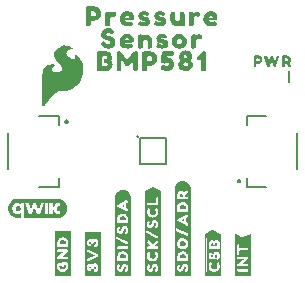
<source format=gto>
G04 EAGLE Gerber RS-274X export*
G75*
%MOMM*%
%FSLAX34Y34*%
%LPD*%
%INSilkscreen Top*%
%IPPOS*%
%AMOC8*
5,1,8,0,0,1.08239X$1,22.5*%
G01*
%ADD10C,0.203200*%
%ADD11C,0.127000*%
%ADD12C,0.175000*%

G36*
X159038Y21160D02*
X159038Y21160D01*
X159046Y21162D01*
X159246Y21662D01*
X159242Y21675D01*
X159249Y21680D01*
X159249Y95480D01*
X159246Y95485D01*
X159249Y95488D01*
X159149Y96088D01*
X159049Y96787D01*
X159041Y96795D01*
X159044Y96802D01*
X158746Y97398D01*
X158547Y98094D01*
X158542Y98098D01*
X158544Y98102D01*
X158244Y98702D01*
X158237Y98705D01*
X158238Y98711D01*
X157838Y99211D01*
X157834Y99212D01*
X157835Y99215D01*
X156835Y100215D01*
X156831Y100215D01*
X156831Y100218D01*
X156331Y100618D01*
X156327Y100619D01*
X156327Y100621D01*
X155727Y101021D01*
X155723Y101021D01*
X155722Y101024D01*
X155122Y101324D01*
X155117Y101323D01*
X155116Y101327D01*
X154516Y101527D01*
X154514Y101526D01*
X154514Y101527D01*
X153814Y101727D01*
X153810Y101726D01*
X153808Y101729D01*
X153208Y101829D01*
X153207Y101828D01*
X153207Y101829D01*
X152507Y101929D01*
X152498Y101924D01*
X152493Y101929D01*
X151793Y101829D01*
X151792Y101828D01*
X151792Y101829D01*
X151192Y101729D01*
X150493Y101629D01*
X150488Y101624D01*
X150484Y101627D01*
X149884Y101427D01*
X149883Y101424D01*
X149881Y101425D01*
X149181Y101125D01*
X149176Y101117D01*
X149169Y101118D01*
X148671Y100720D01*
X148073Y100321D01*
X148072Y100318D01*
X148069Y100318D01*
X147569Y99918D01*
X147567Y99911D01*
X147562Y99911D01*
X147162Y99411D01*
X147161Y99407D01*
X147159Y99407D01*
X146760Y98809D01*
X146362Y98311D01*
X146361Y98301D01*
X146355Y98299D01*
X146055Y97599D01*
X146056Y97596D01*
X146053Y97596D01*
X145853Y96996D01*
X145854Y96994D01*
X145853Y96994D01*
X145653Y96294D01*
X145656Y96284D01*
X145651Y96280D01*
X145651Y95683D01*
X145551Y94987D01*
X145554Y94982D01*
X145551Y94980D01*
X145551Y21380D01*
X145580Y21342D01*
X145582Y21334D01*
X146082Y21134D01*
X146095Y21138D01*
X146100Y21131D01*
X159000Y21131D01*
X159038Y21160D01*
G37*
G36*
X133847Y21167D02*
X133847Y21167D01*
X133842Y21174D01*
X133849Y21180D01*
X133849Y92380D01*
X133842Y92389D01*
X133847Y92396D01*
X133647Y92996D01*
X133625Y93011D01*
X133622Y93024D01*
X127022Y96324D01*
X126990Y96318D01*
X126978Y96324D01*
X120278Y93024D01*
X120266Y93000D01*
X120263Y92993D01*
X120251Y92987D01*
X120151Y92287D01*
X120154Y92282D01*
X120151Y92280D01*
X120151Y21780D01*
X120154Y21775D01*
X120151Y21772D01*
X120251Y21172D01*
X120295Y21131D01*
X120298Y21134D01*
X120300Y21131D01*
X133800Y21131D01*
X133847Y21167D01*
G37*
G36*
X107805Y21134D02*
X107805Y21134D01*
X107808Y21131D01*
X108408Y21231D01*
X108449Y21275D01*
X108446Y21278D01*
X108449Y21280D01*
X108449Y87580D01*
X108446Y87584D01*
X108449Y87587D01*
X108249Y88987D01*
X108244Y88992D01*
X108247Y88996D01*
X107847Y90196D01*
X107839Y90201D01*
X107841Y90207D01*
X107443Y90805D01*
X107144Y91402D01*
X107137Y91405D01*
X107138Y91411D01*
X106738Y91911D01*
X106734Y91912D01*
X106735Y91915D01*
X105735Y92915D01*
X105723Y92916D01*
X105722Y92924D01*
X105125Y93223D01*
X104527Y93621D01*
X104518Y93620D01*
X104516Y93627D01*
X103916Y93827D01*
X103914Y93826D01*
X103914Y93827D01*
X103214Y94027D01*
X103210Y94026D01*
X103208Y94029D01*
X102608Y94129D01*
X102607Y94128D01*
X102607Y94129D01*
X101907Y94229D01*
X101902Y94226D01*
X101900Y94229D01*
X101200Y94229D01*
X101196Y94226D01*
X101193Y94229D01*
X100493Y94129D01*
X100492Y94128D01*
X100492Y94129D01*
X99892Y94029D01*
X99889Y94025D01*
X99886Y94027D01*
X99186Y93827D01*
X99182Y93822D01*
X99178Y93824D01*
X97978Y93224D01*
X97975Y93217D01*
X97969Y93218D01*
X97471Y92820D01*
X96873Y92421D01*
X96869Y92411D01*
X96862Y92411D01*
X96462Y91911D01*
X96461Y91907D01*
X96459Y91907D01*
X96060Y91309D01*
X95662Y90811D01*
X95661Y90803D01*
X95656Y90802D01*
X95356Y90202D01*
X95357Y90196D01*
X95355Y90194D01*
X95353Y90194D01*
X95153Y89495D01*
X94953Y88896D01*
X94955Y88889D01*
X94951Y88887D01*
X94751Y87487D01*
X94753Y87484D01*
X94754Y87482D01*
X94751Y87480D01*
X94751Y21780D01*
X94754Y21775D01*
X94751Y21772D01*
X94851Y21172D01*
X94895Y21131D01*
X94898Y21134D01*
X94900Y21131D01*
X107800Y21131D01*
X107805Y21134D01*
G37*
G36*
X33995Y164890D02*
X33995Y164890D01*
X34079Y164893D01*
X34080Y164893D01*
X34081Y164893D01*
X34159Y164936D01*
X34232Y164975D01*
X34232Y164976D01*
X34233Y164976D01*
X34237Y164982D01*
X34320Y165090D01*
X34393Y165235D01*
X34749Y165591D01*
X34756Y165602D01*
X34769Y165613D01*
X35369Y166313D01*
X35373Y166320D01*
X35380Y166327D01*
X36072Y167216D01*
X36963Y168206D01*
X36966Y168211D01*
X36972Y168217D01*
X37967Y169410D01*
X39060Y170603D01*
X40259Y171901D01*
X41559Y173301D01*
X41563Y173308D01*
X41570Y173314D01*
X42660Y174602D01*
X43742Y175684D01*
X44717Y176562D01*
X45669Y177228D01*
X46709Y177701D01*
X47731Y177980D01*
X51580Y177980D01*
X51600Y177985D01*
X51627Y177983D01*
X54027Y178283D01*
X54049Y178291D01*
X54080Y178293D01*
X56280Y178893D01*
X56303Y178905D01*
X56336Y178913D01*
X58336Y179813D01*
X58355Y179827D01*
X58383Y179839D01*
X60283Y181039D01*
X60294Y181049D01*
X60311Y181058D01*
X62011Y182358D01*
X62028Y182379D01*
X62057Y182400D01*
X63557Y184000D01*
X63565Y184014D01*
X63580Y184027D01*
X64980Y185827D01*
X64993Y185854D01*
X65018Y185886D01*
X66918Y189586D01*
X66926Y189617D01*
X66946Y189658D01*
X67946Y193258D01*
X67948Y193292D01*
X67960Y193338D01*
X68160Y196838D01*
X68154Y196870D01*
X68156Y196917D01*
X67656Y200217D01*
X67645Y200246D01*
X67638Y200288D01*
X66638Y203088D01*
X66624Y203109D01*
X66614Y203141D01*
X65314Y205541D01*
X65288Y205570D01*
X65249Y205629D01*
X63549Y207329D01*
X63519Y207347D01*
X63482Y207382D01*
X61882Y208382D01*
X61816Y208405D01*
X61752Y208433D01*
X61735Y208433D01*
X61718Y208438D01*
X61649Y208429D01*
X61579Y208427D01*
X61564Y208418D01*
X61546Y208416D01*
X61488Y208377D01*
X61427Y208344D01*
X61417Y208329D01*
X61402Y208319D01*
X61367Y208259D01*
X61327Y208202D01*
X61324Y208183D01*
X61316Y208169D01*
X61313Y208130D01*
X61300Y208060D01*
X61300Y207460D01*
X61307Y207430D01*
X61307Y207385D01*
X61393Y206954D01*
X61217Y205894D01*
X60978Y205496D01*
X60563Y205081D01*
X60002Y204840D01*
X59433Y204840D01*
X58118Y205216D01*
X57377Y205587D01*
X56015Y206560D01*
X55338Y207139D01*
X54879Y207598D01*
X54402Y208362D01*
X54399Y208365D01*
X54396Y208371D01*
X54029Y208922D01*
X53852Y209544D01*
X53765Y210060D01*
X53848Y210557D01*
X54027Y211004D01*
X54302Y211554D01*
X54656Y211996D01*
X55394Y212642D01*
X55772Y212831D01*
X56113Y213001D01*
X56847Y213185D01*
X57701Y213280D01*
X58933Y213280D01*
X59288Y213191D01*
X59324Y213191D01*
X59380Y213180D01*
X59480Y213180D01*
X59541Y213194D01*
X59604Y213200D01*
X59625Y213214D01*
X59649Y213219D01*
X59697Y213259D01*
X59750Y213293D01*
X59763Y213314D01*
X59782Y213329D01*
X59808Y213387D01*
X59841Y213440D01*
X59843Y213465D01*
X59853Y213488D01*
X59851Y213550D01*
X59857Y213613D01*
X59848Y213636D01*
X59847Y213661D01*
X59817Y213716D01*
X59794Y213775D01*
X59774Y213794D01*
X59764Y213813D01*
X59733Y213834D01*
X59691Y213876D01*
X59397Y214073D01*
X58701Y214569D01*
X58686Y214575D01*
X58672Y214588D01*
X57472Y215288D01*
X57448Y215296D01*
X57421Y215313D01*
X55921Y215913D01*
X55903Y215916D01*
X55882Y215926D01*
X54082Y216426D01*
X54048Y216428D01*
X53999Y216440D01*
X51999Y216540D01*
X51961Y216533D01*
X51896Y216531D01*
X49696Y216031D01*
X49662Y216014D01*
X49604Y215997D01*
X47304Y214797D01*
X47279Y214776D01*
X47238Y214754D01*
X45538Y213354D01*
X45515Y213323D01*
X45467Y213275D01*
X44367Y211675D01*
X44353Y211640D01*
X44321Y211587D01*
X43721Y209887D01*
X43718Y209852D01*
X43716Y209841D01*
X43707Y209822D01*
X43708Y209800D01*
X43700Y209760D01*
X43700Y208060D01*
X43709Y208022D01*
X43715Y207953D01*
X44215Y206253D01*
X44229Y206228D01*
X44240Y206190D01*
X45140Y204390D01*
X45159Y204367D01*
X45178Y204329D01*
X46478Y202629D01*
X46495Y202615D01*
X46511Y202591D01*
X48202Y200901D01*
X49458Y199451D01*
X50100Y198076D01*
X50100Y196817D01*
X49741Y195652D01*
X48929Y194750D01*
X47819Y194009D01*
X46527Y193640D01*
X45031Y193640D01*
X43991Y193924D01*
X43171Y194197D01*
X42538Y194739D01*
X41993Y195285D01*
X41736Y195798D01*
X41560Y196413D01*
X41560Y196998D01*
X41721Y197481D01*
X41968Y197810D01*
X42334Y198176D01*
X42813Y198559D01*
X43168Y198826D01*
X43621Y199007D01*
X43633Y199015D01*
X43650Y199020D01*
X43894Y199142D01*
X44250Y199320D01*
X44279Y199344D01*
X44349Y199391D01*
X44449Y199491D01*
X44462Y199513D01*
X44482Y199529D01*
X44508Y199586D01*
X44540Y199638D01*
X44543Y199664D01*
X44553Y199688D01*
X44551Y199749D01*
X44557Y199811D01*
X44548Y199835D01*
X44547Y199861D01*
X44517Y199915D01*
X44495Y199973D01*
X44476Y199990D01*
X44464Y200013D01*
X44414Y200048D01*
X44368Y200090D01*
X44343Y200098D01*
X44322Y200113D01*
X44238Y200129D01*
X44202Y200140D01*
X44192Y200138D01*
X44180Y200140D01*
X44142Y200140D01*
X43911Y200217D01*
X43421Y200413D01*
X43386Y200418D01*
X43334Y200436D01*
X42634Y200536D01*
X42610Y200534D01*
X42580Y200540D01*
X40780Y200540D01*
X40750Y200533D01*
X40705Y200533D01*
X39705Y200333D01*
X39695Y200328D01*
X39680Y200327D01*
X38580Y200027D01*
X38563Y200018D01*
X38539Y200013D01*
X37539Y199613D01*
X37512Y199594D01*
X37469Y199576D01*
X36569Y198976D01*
X36548Y198954D01*
X36511Y198929D01*
X35711Y198129D01*
X35700Y198111D01*
X35680Y198093D01*
X34980Y197193D01*
X34969Y197169D01*
X34946Y197142D01*
X34346Y196042D01*
X34337Y196009D01*
X34314Y195964D01*
X33914Y194564D01*
X33913Y194539D01*
X33903Y194507D01*
X33703Y192907D01*
X33704Y192895D01*
X33700Y192880D01*
X33600Y190980D01*
X33602Y190971D01*
X33600Y190960D01*
X33600Y165260D01*
X33620Y165175D01*
X33639Y165093D01*
X33639Y165092D01*
X33639Y165091D01*
X33696Y165023D01*
X33748Y164959D01*
X33749Y164958D01*
X33827Y164923D01*
X33906Y164887D01*
X33907Y164887D01*
X33908Y164887D01*
X33995Y164890D01*
G37*
G36*
X18672Y70413D02*
X18672Y70413D01*
X46169Y70413D01*
X46171Y70414D01*
X46173Y70413D01*
X46700Y70446D01*
X46701Y70446D01*
X46703Y70446D01*
X47755Y70552D01*
X47757Y70554D01*
X47761Y70553D01*
X48277Y70660D01*
X48279Y70662D01*
X48282Y70661D01*
X49293Y70975D01*
X49294Y70977D01*
X49298Y70977D01*
X49783Y71182D01*
X49785Y71184D01*
X49789Y71184D01*
X50718Y71689D01*
X50720Y71692D01*
X50724Y71692D01*
X51158Y71990D01*
X51159Y71993D01*
X51162Y71994D01*
X51978Y72667D01*
X51979Y72670D01*
X51983Y72672D01*
X52348Y73051D01*
X52349Y73053D01*
X52351Y73055D01*
X53024Y73870D01*
X53025Y73874D01*
X53029Y73877D01*
X53310Y74322D01*
X53310Y74324D01*
X53312Y74326D01*
X53817Y75255D01*
X53816Y75259D01*
X53820Y75263D01*
X54006Y75756D01*
X54005Y75758D01*
X54007Y75760D01*
X54321Y76770D01*
X54320Y76774D01*
X54323Y76778D01*
X54408Y77298D01*
X54407Y77299D01*
X54409Y77302D01*
X54515Y78354D01*
X54513Y78357D01*
X54515Y78361D01*
X54507Y78887D01*
X54505Y78889D01*
X54506Y78893D01*
X54400Y79945D01*
X54398Y79947D01*
X54399Y79951D01*
X54297Y80467D01*
X54295Y80469D01*
X54295Y80473D01*
X53982Y81483D01*
X53979Y81485D01*
X53980Y81489D01*
X53778Y81975D01*
X53776Y81977D01*
X53776Y81981D01*
X53271Y82910D01*
X53269Y82912D01*
X53268Y82916D01*
X52973Y83352D01*
X52971Y83353D01*
X52970Y83357D01*
X52297Y84172D01*
X52294Y84173D01*
X52292Y84177D01*
X51915Y84545D01*
X51913Y84546D01*
X51912Y84549D01*
X51096Y85222D01*
X51092Y85222D01*
X51090Y85226D01*
X50646Y85510D01*
X50644Y85510D01*
X50643Y85513D01*
X49713Y86017D01*
X49709Y86017D01*
X49706Y86021D01*
X49214Y86210D01*
X49212Y86210D01*
X49210Y86211D01*
X48200Y86525D01*
X48197Y86524D01*
X48192Y86527D01*
X47674Y86617D01*
X47672Y86616D01*
X47669Y86617D01*
X46617Y86723D01*
X46376Y86748D01*
X46373Y86746D01*
X46370Y86748D01*
X13054Y86748D01*
X12525Y86743D01*
X12523Y86741D01*
X12520Y86742D01*
X10941Y86583D01*
X10937Y86580D01*
X10929Y86581D01*
X9414Y86111D01*
X9410Y86106D01*
X9402Y86106D01*
X8009Y85349D01*
X8006Y85344D01*
X7999Y85342D01*
X6781Y84326D01*
X6779Y84321D01*
X6772Y84317D01*
X5774Y83086D01*
X5774Y83081D01*
X5768Y83076D01*
X5263Y82147D01*
X5264Y82146D01*
X5262Y82145D01*
X5027Y81673D01*
X5028Y81668D01*
X5023Y81663D01*
X4710Y80653D01*
X4710Y80652D01*
X4709Y80651D01*
X4570Y80143D01*
X4571Y80138D01*
X4568Y80132D01*
X4415Y78554D01*
X4418Y78549D01*
X4415Y78541D01*
X4575Y76963D01*
X4578Y76959D01*
X4577Y76951D01*
X5043Y75435D01*
X5047Y75431D01*
X5048Y75423D01*
X5799Y74027D01*
X5804Y74024D01*
X5806Y74017D01*
X5869Y73941D01*
X6076Y73690D01*
X6077Y73690D01*
X6284Y73439D01*
X6492Y73188D01*
X6700Y72937D01*
X6817Y72795D01*
X6823Y72793D01*
X6826Y72786D01*
X8056Y71785D01*
X8061Y71785D01*
X8066Y71779D01*
X9466Y71035D01*
X9471Y71036D01*
X9477Y71030D01*
X10995Y70573D01*
X11000Y70575D01*
X11007Y70571D01*
X12585Y70413D01*
X12588Y70414D01*
X12591Y70413D01*
X15088Y70413D01*
X15107Y70425D01*
X15130Y70429D01*
X15136Y70444D01*
X15145Y70449D01*
X15143Y70460D01*
X15150Y70476D01*
X15149Y70625D01*
X15149Y75008D01*
X15142Y75019D01*
X15144Y75032D01*
X15125Y75045D01*
X15112Y75065D01*
X15099Y75063D01*
X15088Y75071D01*
X15054Y75057D01*
X15045Y75055D01*
X15043Y75052D01*
X15040Y75051D01*
X14818Y74812D01*
X14437Y74458D01*
X14004Y74174D01*
X13532Y73961D01*
X13030Y73835D01*
X12514Y73778D01*
X11993Y73799D01*
X11474Y73848D01*
X10972Y73985D01*
X10481Y74155D01*
X10028Y74409D01*
X9611Y74717D01*
X9224Y75063D01*
X8916Y75482D01*
X8639Y75922D01*
X8424Y76397D01*
X8264Y76892D01*
X8139Y77399D01*
X8040Y78441D01*
X8105Y79485D01*
X8220Y79994D01*
X8353Y80499D01*
X8569Y80972D01*
X8823Y81427D01*
X9129Y81847D01*
X9501Y82208D01*
X9904Y82533D01*
X10358Y82786D01*
X10842Y82974D01*
X11339Y83125D01*
X12380Y83205D01*
X12897Y83156D01*
X13403Y83041D01*
X13885Y82851D01*
X14327Y82582D01*
X14728Y82249D01*
X15043Y81954D01*
X15054Y81952D01*
X15060Y81943D01*
X15085Y81947D01*
X15110Y81942D01*
X15116Y81951D01*
X15127Y81953D01*
X15146Y81994D01*
X15149Y81998D01*
X15148Y81999D01*
X15149Y82000D01*
X15149Y83055D01*
X15153Y83108D01*
X18098Y83108D01*
X18098Y70468D01*
X18110Y70449D01*
X18114Y70426D01*
X18129Y70420D01*
X18134Y70411D01*
X18145Y70413D01*
X18161Y70406D01*
X18672Y70413D01*
G37*
G36*
X57547Y21167D02*
X57547Y21167D01*
X57545Y21170D01*
X57549Y21172D01*
X57649Y21772D01*
X57646Y21777D01*
X57649Y21780D01*
X57649Y58980D01*
X57613Y59027D01*
X57606Y59022D01*
X57600Y59029D01*
X44100Y59029D01*
X44053Y58993D01*
X44055Y58990D01*
X44051Y58988D01*
X43951Y58388D01*
X43954Y58383D01*
X43951Y58380D01*
X43951Y21180D01*
X43987Y21133D01*
X43994Y21138D01*
X44000Y21131D01*
X57500Y21131D01*
X57547Y21167D01*
G37*
G36*
X184005Y21134D02*
X184005Y21134D01*
X184008Y21131D01*
X184608Y21231D01*
X184649Y21275D01*
X184646Y21278D01*
X184649Y21280D01*
X184649Y56480D01*
X184630Y56505D01*
X184631Y56518D01*
X184131Y56918D01*
X184123Y56919D01*
X184122Y56924D01*
X178022Y59924D01*
X178006Y59921D01*
X178000Y59929D01*
X177400Y59929D01*
X177387Y59920D01*
X177378Y59924D01*
X171378Y56924D01*
X171371Y56911D01*
X171362Y56911D01*
X170962Y56411D01*
X170961Y56388D01*
X170951Y56380D01*
X170951Y21680D01*
X170959Y21669D01*
X170954Y21662D01*
X171154Y21162D01*
X171195Y21137D01*
X171200Y21131D01*
X184000Y21131D01*
X184005Y21134D01*
G37*
G36*
X82838Y21160D02*
X82838Y21160D01*
X82846Y21162D01*
X83046Y21662D01*
X83042Y21675D01*
X83049Y21680D01*
X83049Y58180D01*
X83013Y58227D01*
X83010Y58225D01*
X83008Y58229D01*
X82408Y58329D01*
X82403Y58326D01*
X82400Y58329D01*
X69500Y58329D01*
X69453Y58293D01*
X69455Y58290D01*
X69451Y58288D01*
X69351Y57688D01*
X69354Y57683D01*
X69351Y57680D01*
X69351Y21380D01*
X69380Y21342D01*
X69382Y21334D01*
X69882Y21134D01*
X69895Y21138D01*
X69900Y21131D01*
X82800Y21131D01*
X82838Y21160D01*
G37*
G36*
X209511Y21139D02*
X209511Y21139D01*
X209518Y21134D01*
X210018Y21334D01*
X210033Y21358D01*
X210040Y21364D01*
X210038Y21367D01*
X210043Y21375D01*
X210049Y21380D01*
X210049Y56680D01*
X210037Y56696D01*
X210041Y56707D01*
X209841Y57007D01*
X209785Y57027D01*
X209783Y57022D01*
X209778Y57024D01*
X203681Y54026D01*
X203104Y53833D01*
X197022Y56924D01*
X197017Y56923D01*
X197016Y56927D01*
X196416Y57127D01*
X196414Y57126D01*
X196413Y57127D01*
X196410Y57125D01*
X196359Y57108D01*
X196365Y57091D01*
X196351Y57080D01*
X196351Y21580D01*
X196364Y21562D01*
X196361Y21550D01*
X196661Y21150D01*
X196692Y21142D01*
X196700Y21131D01*
X209500Y21131D01*
X209511Y21139D01*
G37*
G36*
X87905Y194854D02*
X87905Y194854D01*
X87908Y194851D01*
X89108Y195051D01*
X89114Y195057D01*
X89118Y195054D01*
X90118Y195454D01*
X90123Y195461D01*
X90128Y195460D01*
X91128Y196160D01*
X91131Y196169D01*
X91138Y196169D01*
X91938Y197169D01*
X91939Y197174D01*
X91942Y197175D01*
X92542Y198175D01*
X92541Y198182D01*
X92547Y198186D01*
X92547Y198187D01*
X92548Y198187D01*
X92848Y199287D01*
X92845Y199293D01*
X92849Y199296D01*
X92949Y200496D01*
X92944Y200504D01*
X92949Y200508D01*
X92749Y201708D01*
X92742Y201715D01*
X92745Y201720D01*
X92245Y202820D01*
X92241Y202822D01*
X92242Y202825D01*
X91656Y203802D01*
X91844Y204178D01*
X91843Y204183D01*
X91847Y204184D01*
X92247Y205384D01*
X92245Y205389D01*
X92248Y205391D01*
X92448Y206491D01*
X92444Y206500D01*
X92449Y206504D01*
X92349Y207704D01*
X92343Y207711D01*
X92346Y207717D01*
X91946Y208817D01*
X91940Y208821D01*
X91942Y208825D01*
X91342Y209825D01*
X91334Y209829D01*
X91335Y209835D01*
X90435Y210735D01*
X90423Y210736D01*
X90422Y210744D01*
X89422Y211244D01*
X89418Y211243D01*
X89417Y211246D01*
X88317Y211646D01*
X88312Y211645D01*
X88303Y211645D01*
X88300Y211649D01*
X82300Y211649D01*
X82298Y211648D01*
X82297Y211649D01*
X80797Y211549D01*
X80788Y211542D01*
X80786Y211540D01*
X80778Y211544D01*
X79978Y211144D01*
X79968Y211123D01*
X79959Y211117D01*
X79953Y211114D01*
X79653Y210114D01*
X79656Y210104D01*
X79651Y210100D01*
X79651Y196900D01*
X79653Y196897D01*
X79651Y196896D01*
X79751Y195696D01*
X79769Y195676D01*
X79768Y195663D01*
X80468Y195063D01*
X80487Y195061D01*
X80493Y195051D01*
X81893Y194851D01*
X81898Y194854D01*
X81900Y194851D01*
X87900Y194851D01*
X87905Y194854D01*
G37*
G36*
X113104Y194951D02*
X113104Y194951D01*
X113113Y194959D01*
X113120Y194955D01*
X114020Y195355D01*
X114035Y195383D01*
X114048Y195388D01*
X114348Y196588D01*
X114344Y196596D01*
X114349Y196600D01*
X114349Y209900D01*
X114345Y209906D01*
X114348Y209910D01*
X114148Y210910D01*
X114130Y210926D01*
X114130Y210939D01*
X113330Y211539D01*
X113310Y211539D01*
X113303Y211549D01*
X111803Y211649D01*
X111797Y211645D01*
X111789Y211645D01*
X111787Y211643D01*
X111782Y211646D01*
X110782Y211246D01*
X110773Y211231D01*
X110762Y211232D01*
X109762Y210032D01*
X109762Y210031D01*
X108562Y208531D01*
X108562Y208530D01*
X108561Y208530D01*
X105867Y205038D01*
X105014Y204564D01*
X100840Y210229D01*
X100140Y211228D01*
X100120Y211235D01*
X100117Y211246D01*
X99017Y211646D01*
X99012Y211645D01*
X99000Y211645D01*
X98997Y211649D01*
X97597Y211549D01*
X97592Y211545D01*
X97587Y211541D01*
X97580Y211545D01*
X96680Y211145D01*
X96667Y211122D01*
X96660Y211117D01*
X96660Y211116D01*
X96653Y211113D01*
X96353Y210013D01*
X96356Y210004D01*
X96351Y210000D01*
X96351Y196900D01*
X96353Y196897D01*
X96351Y196896D01*
X96451Y195796D01*
X96467Y195778D01*
X96465Y195765D01*
X97165Y195065D01*
X97187Y195062D01*
X97194Y195051D01*
X98694Y194851D01*
X98706Y194858D01*
X98713Y194853D01*
X99813Y195153D01*
X99830Y195174D01*
X99843Y195176D01*
X100343Y196076D01*
X100341Y196093D01*
X100349Y196100D01*
X100349Y204308D01*
X100565Y204164D01*
X101360Y203071D01*
X101361Y203071D01*
X101360Y203071D01*
X103660Y199971D01*
X103670Y199968D01*
X103670Y199961D01*
X104570Y199261D01*
X104590Y199261D01*
X104596Y199251D01*
X105796Y199151D01*
X105816Y199164D01*
X105828Y199160D01*
X106828Y199860D01*
X106831Y199868D01*
X106837Y199868D01*
X107437Y200568D01*
X107438Y200571D01*
X107440Y200571D01*
X109040Y202771D01*
X110251Y204448D01*
X110251Y196200D01*
X110261Y196186D01*
X110257Y196176D01*
X110757Y195276D01*
X110779Y195266D01*
X110783Y195254D01*
X111883Y194854D01*
X111898Y194858D01*
X111904Y194851D01*
X113104Y194951D01*
G37*
G36*
X155704Y194951D02*
X155704Y194951D01*
X155707Y194953D01*
X155709Y194952D01*
X156809Y195152D01*
X156815Y195158D01*
X156820Y195155D01*
X157920Y195655D01*
X157924Y195663D01*
X157930Y195661D01*
X158830Y196361D01*
X158831Y196366D01*
X158835Y196365D01*
X159735Y197265D01*
X159736Y197274D01*
X159742Y197275D01*
X160342Y198275D01*
X160342Y198281D01*
X160342Y198282D01*
X160346Y198283D01*
X160746Y199383D01*
X160743Y199392D01*
X160749Y199396D01*
X160849Y200596D01*
X160844Y200604D01*
X160849Y200608D01*
X160749Y201208D01*
X160744Y201213D01*
X160746Y201217D01*
X160346Y202317D01*
X160341Y202320D01*
X160343Y202325D01*
X159643Y203525D01*
X159634Y203528D01*
X159635Y203535D01*
X158966Y204204D01*
X159639Y205070D01*
X159639Y205076D01*
X159643Y205076D01*
X160243Y206176D01*
X160241Y206191D01*
X160249Y206196D01*
X160349Y207396D01*
X160344Y207404D01*
X160349Y207408D01*
X160149Y208608D01*
X160142Y208615D01*
X160145Y208620D01*
X159645Y209720D01*
X159637Y209724D01*
X159639Y209730D01*
X158939Y210630D01*
X158932Y210632D01*
X158933Y210637D01*
X158033Y211437D01*
X158023Y211438D01*
X158022Y211444D01*
X157022Y211944D01*
X157014Y211943D01*
X157012Y211948D01*
X155812Y212248D01*
X155806Y212245D01*
X155804Y212249D01*
X154604Y212349D01*
X154599Y212346D01*
X154596Y212349D01*
X153396Y212249D01*
X153389Y212243D01*
X153383Y212246D01*
X152283Y211846D01*
X152279Y211840D01*
X152275Y211842D01*
X151275Y211242D01*
X151272Y211236D01*
X151267Y211237D01*
X150367Y210437D01*
X150366Y210430D01*
X150361Y210430D01*
X149661Y209530D01*
X149661Y209519D01*
X149654Y209517D01*
X149254Y208417D01*
X149256Y208411D01*
X149252Y208408D01*
X149254Y208406D01*
X149251Y208404D01*
X149151Y207204D01*
X149154Y207199D01*
X149151Y207196D01*
X149251Y205996D01*
X149260Y205986D01*
X149256Y205978D01*
X149856Y204778D01*
X149864Y204774D01*
X149863Y204768D01*
X150433Y204103D01*
X149665Y203335D01*
X149664Y203325D01*
X149657Y203324D01*
X149057Y202224D01*
X149058Y202218D01*
X149054Y202217D01*
X148654Y201117D01*
X148657Y201105D01*
X148651Y201100D01*
X148651Y199900D01*
X148656Y199893D01*
X148652Y199888D01*
X148952Y198688D01*
X148958Y198683D01*
X148956Y198678D01*
X149456Y197678D01*
X149462Y197675D01*
X149461Y197670D01*
X150161Y196770D01*
X150168Y196768D01*
X150167Y196763D01*
X151067Y195963D01*
X151076Y195963D01*
X151076Y195957D01*
X152176Y195357D01*
X152185Y195358D01*
X152187Y195353D01*
X153287Y195053D01*
X153290Y195054D01*
X153291Y195052D01*
X154391Y194852D01*
X154400Y194856D01*
X154404Y194851D01*
X155704Y194951D01*
G37*
G36*
X73503Y233051D02*
X73503Y233051D01*
X73520Y233065D01*
X73532Y233063D01*
X74232Y233663D01*
X74235Y233676D01*
X74237Y233686D01*
X74249Y233692D01*
X74449Y234892D01*
X74446Y234897D01*
X74449Y234900D01*
X74449Y237266D01*
X75209Y237551D01*
X77500Y237551D01*
X77505Y237555D01*
X77509Y237552D01*
X78609Y237752D01*
X78613Y237756D01*
X78617Y237754D01*
X79717Y238154D01*
X79720Y238158D01*
X79724Y238157D01*
X80824Y238757D01*
X80827Y238764D01*
X80833Y238763D01*
X81733Y239563D01*
X81734Y239570D01*
X81739Y239570D01*
X82439Y240470D01*
X82439Y240478D01*
X82445Y240480D01*
X82945Y241580D01*
X82944Y241585D01*
X82948Y241587D01*
X83248Y242687D01*
X83247Y242688D01*
X83248Y242689D01*
X83246Y242691D01*
X83245Y242693D01*
X83249Y242696D01*
X83349Y243896D01*
X83347Y243899D01*
X83349Y243900D01*
X83349Y245100D01*
X83337Y245116D01*
X83341Y245127D01*
X83143Y245424D01*
X82645Y246520D01*
X82639Y246524D01*
X82640Y246528D01*
X81940Y247528D01*
X81932Y247531D01*
X81933Y247537D01*
X81033Y248337D01*
X81028Y248337D01*
X81028Y248340D01*
X80028Y249040D01*
X80019Y249040D01*
X80017Y249046D01*
X78917Y249446D01*
X78914Y249445D01*
X78913Y249448D01*
X77813Y249748D01*
X77807Y249745D01*
X77803Y249745D01*
X77800Y249749D01*
X71800Y249749D01*
X71794Y249745D01*
X71788Y249745D01*
X71787Y249744D01*
X71783Y249746D01*
X70683Y249346D01*
X70668Y249323D01*
X70655Y249320D01*
X70255Y248420D01*
X70258Y248406D01*
X70251Y248400D01*
X70251Y235400D01*
X70253Y235397D01*
X70251Y235396D01*
X70351Y234196D01*
X70360Y234186D01*
X70356Y234178D01*
X70756Y233378D01*
X70780Y233366D01*
X70784Y233353D01*
X71984Y232953D01*
X71997Y232958D01*
X72003Y232951D01*
X73503Y233051D01*
G37*
G36*
X121003Y194951D02*
X121003Y194951D01*
X121020Y194965D01*
X121032Y194963D01*
X121732Y195563D01*
X121735Y195576D01*
X121737Y195586D01*
X121749Y195592D01*
X121949Y196792D01*
X121946Y196797D01*
X121949Y196800D01*
X121949Y199166D01*
X122709Y199451D01*
X125100Y199451D01*
X125105Y199455D01*
X125109Y199452D01*
X126209Y199652D01*
X126214Y199657D01*
X126218Y199654D01*
X127218Y200054D01*
X127245Y200099D01*
X127256Y200077D01*
X127310Y200052D01*
X127315Y200062D01*
X127325Y200058D01*
X128325Y200658D01*
X128328Y200664D01*
X128333Y200663D01*
X129233Y201463D01*
X129234Y201468D01*
X129237Y201467D01*
X130037Y202367D01*
X130038Y202378D01*
X130045Y202380D01*
X130545Y203480D01*
X130543Y203488D01*
X130548Y203491D01*
X130748Y204591D01*
X130747Y204594D01*
X130749Y204596D01*
X130849Y205796D01*
X130847Y205799D01*
X130849Y205800D01*
X130849Y207000D01*
X130837Y207016D01*
X130841Y207027D01*
X130643Y207324D01*
X130145Y208420D01*
X130139Y208424D01*
X130140Y208428D01*
X129440Y209428D01*
X129434Y209430D01*
X129435Y209435D01*
X128635Y210235D01*
X128627Y210236D01*
X128626Y210242D01*
X127526Y210942D01*
X127519Y210941D01*
X127517Y210946D01*
X126417Y211346D01*
X126414Y211345D01*
X126413Y211348D01*
X125313Y211648D01*
X125307Y211645D01*
X125303Y211645D01*
X125300Y211649D01*
X119300Y211649D01*
X119294Y211645D01*
X119289Y211645D01*
X119287Y211643D01*
X119282Y211646D01*
X118282Y211246D01*
X118269Y211224D01*
X118267Y211223D01*
X118255Y211220D01*
X117855Y210320D01*
X117858Y210306D01*
X117851Y210300D01*
X117851Y196100D01*
X117860Y196087D01*
X117856Y196078D01*
X118256Y195278D01*
X118280Y195266D01*
X118284Y195253D01*
X119484Y194853D01*
X119497Y194858D01*
X119503Y194851D01*
X121003Y194951D01*
G37*
G36*
X139908Y194857D02*
X139908Y194857D01*
X139913Y194853D01*
X141013Y195153D01*
X141017Y195157D01*
X141020Y195155D01*
X142120Y195655D01*
X142124Y195663D01*
X142130Y195661D01*
X143030Y196361D01*
X143032Y196368D01*
X143037Y196367D01*
X143837Y197267D01*
X143837Y197276D01*
X143843Y197276D01*
X144443Y198376D01*
X144443Y198381D01*
X144445Y198383D01*
X144446Y198383D01*
X144846Y199483D01*
X144843Y199492D01*
X144849Y199496D01*
X144949Y200696D01*
X144946Y200701D01*
X144949Y200704D01*
X144849Y201904D01*
X144843Y201911D01*
X144846Y201917D01*
X144446Y203017D01*
X144440Y203021D01*
X144442Y203025D01*
X143842Y204025D01*
X143836Y204028D01*
X143837Y204033D01*
X143037Y204933D01*
X143028Y204934D01*
X143028Y204940D01*
X142028Y205640D01*
X142021Y205640D01*
X142020Y205645D01*
X140920Y206145D01*
X140911Y206143D01*
X140908Y206149D01*
X139708Y206349D01*
X139703Y206346D01*
X139700Y206349D01*
X138557Y206349D01*
X138744Y207661D01*
X139408Y207851D01*
X143101Y207951D01*
X143107Y207955D01*
X143109Y207957D01*
X143114Y207953D01*
X144114Y208253D01*
X144132Y208277D01*
X144145Y208280D01*
X144545Y209180D01*
X144542Y209194D01*
X144549Y209200D01*
X144549Y210800D01*
X144539Y210814D01*
X144543Y210824D01*
X144043Y211724D01*
X144019Y211735D01*
X144014Y211747D01*
X143014Y212047D01*
X143004Y212044D01*
X143000Y212049D01*
X137000Y212049D01*
X136991Y212042D01*
X136984Y212047D01*
X135784Y211647D01*
X135773Y211630D01*
X135761Y211630D01*
X135061Y210730D01*
X135061Y210724D01*
X135060Y210723D01*
X135061Y210721D01*
X135061Y210717D01*
X135053Y210714D01*
X134853Y210014D01*
X134855Y210008D01*
X134851Y210007D01*
X134251Y205507D01*
X134251Y205506D01*
X133951Y203206D01*
X133958Y203194D01*
X133953Y203186D01*
X134153Y202486D01*
X134171Y202473D01*
X134172Y202460D01*
X135172Y201760D01*
X135180Y201760D01*
X135181Y201755D01*
X136381Y201255D01*
X136391Y201257D01*
X136394Y201253D01*
X136408Y201253D01*
X136410Y201252D01*
X137410Y201452D01*
X137418Y201461D01*
X137425Y201458D01*
X138415Y202052D01*
X139685Y202149D01*
X140557Y201471D01*
X140847Y200407D01*
X140266Y199440D01*
X139292Y199050D01*
X137918Y199148D01*
X137030Y199839D01*
X137020Y199839D01*
X137018Y199846D01*
X136018Y200246D01*
X135996Y200240D01*
X135986Y200247D01*
X134986Y199947D01*
X134974Y199931D01*
X134962Y199931D01*
X134062Y198831D01*
X134061Y198818D01*
X134053Y198816D01*
X133753Y197916D01*
X133762Y197890D01*
X133756Y197878D01*
X134256Y196878D01*
X134268Y196872D01*
X134267Y196863D01*
X135167Y196063D01*
X135176Y196063D01*
X135176Y196057D01*
X136276Y195457D01*
X136282Y195458D01*
X136283Y195454D01*
X137383Y195054D01*
X137390Y195056D01*
X137392Y195051D01*
X138592Y194851D01*
X138597Y194854D01*
X138600Y194851D01*
X139900Y194851D01*
X139908Y194857D01*
G37*
G36*
X90108Y213907D02*
X90108Y213907D01*
X90113Y213903D01*
X91213Y214203D01*
X91215Y214205D01*
X91217Y214204D01*
X92317Y214604D01*
X92321Y214610D01*
X92325Y214608D01*
X93325Y215208D01*
X93329Y215216D01*
X93335Y215215D01*
X94135Y216015D01*
X94136Y216022D01*
X94140Y216022D01*
X94840Y217022D01*
X94840Y217031D01*
X94846Y217033D01*
X95246Y218133D01*
X95243Y218142D01*
X95249Y218146D01*
X95349Y219346D01*
X95346Y219351D01*
X95349Y219354D01*
X95249Y220554D01*
X95245Y220559D01*
X95248Y220563D01*
X94948Y221663D01*
X94938Y221670D01*
X94940Y221678D01*
X94240Y222678D01*
X94230Y222682D01*
X94230Y222689D01*
X93330Y223389D01*
X93323Y223389D01*
X93322Y223394D01*
X92322Y223894D01*
X92314Y223893D01*
X92312Y223898D01*
X91112Y224198D01*
X88819Y224796D01*
X87842Y225382D01*
X87554Y226437D01*
X88225Y227204D01*
X89395Y227399D01*
X90477Y227006D01*
X91472Y226310D01*
X91486Y226310D01*
X91490Y226302D01*
X92490Y226102D01*
X92517Y226115D01*
X92530Y226111D01*
X93430Y226811D01*
X93433Y226821D01*
X93440Y226821D01*
X94240Y227921D01*
X94239Y227943D01*
X94249Y227950D01*
X94249Y228850D01*
X94235Y228868D01*
X94238Y228881D01*
X93438Y229881D01*
X93428Y229883D01*
X93427Y229891D01*
X92527Y230491D01*
X92518Y230490D01*
X92516Y230497D01*
X91316Y230897D01*
X91311Y230895D01*
X91309Y230898D01*
X90209Y231098D01*
X90205Y231097D01*
X90204Y231099D01*
X88904Y231199D01*
X88899Y231196D01*
X88896Y231199D01*
X87596Y231099D01*
X87591Y231094D01*
X87587Y231098D01*
X86487Y230798D01*
X86481Y230790D01*
X86475Y230792D01*
X85475Y230192D01*
X85472Y230186D01*
X85468Y230187D01*
X84668Y229487D01*
X84666Y229478D01*
X84660Y229478D01*
X83960Y228478D01*
X83960Y228469D01*
X83954Y228467D01*
X83554Y227367D01*
X83555Y227362D01*
X83552Y227359D01*
X83352Y226259D01*
X83357Y226248D01*
X83351Y226243D01*
X83551Y224943D01*
X83554Y224940D01*
X83553Y224937D01*
X83853Y223837D01*
X83862Y223830D01*
X83860Y223822D01*
X84560Y222822D01*
X84568Y222819D01*
X84568Y222813D01*
X85368Y222113D01*
X85378Y222112D01*
X85380Y222105D01*
X86480Y221605D01*
X86483Y221606D01*
X86483Y221604D01*
X87583Y221204D01*
X87587Y221205D01*
X87588Y221202D01*
X88788Y220902D01*
X89883Y220604D01*
X90956Y220116D01*
X91148Y219059D01*
X90666Y218190D01*
X89595Y217801D01*
X88418Y217997D01*
X87329Y218690D01*
X86331Y219488D01*
X86321Y219489D01*
X86320Y219495D01*
X85420Y219895D01*
X85396Y219889D01*
X85386Y219897D01*
X84386Y219597D01*
X84376Y219583D01*
X84365Y219585D01*
X83365Y218585D01*
X83363Y218566D01*
X83352Y218561D01*
X83152Y217661D01*
X83162Y217638D01*
X83157Y217626D01*
X83757Y216526D01*
X83764Y216523D01*
X83763Y216518D01*
X84463Y215718D01*
X84472Y215716D01*
X84472Y215710D01*
X85472Y215010D01*
X85474Y215010D01*
X85475Y215008D01*
X86475Y214408D01*
X86483Y214409D01*
X86484Y214403D01*
X87684Y214003D01*
X87693Y214006D01*
X87696Y214001D01*
X88896Y213901D01*
X88899Y213903D01*
X88900Y213901D01*
X90100Y213901D01*
X90108Y213907D01*
G37*
G36*
X150308Y213907D02*
X150308Y213907D01*
X150313Y213903D01*
X151413Y214203D01*
X151417Y214207D01*
X151420Y214205D01*
X152520Y214705D01*
X152522Y214709D01*
X152525Y214708D01*
X153525Y215308D01*
X153529Y215318D01*
X153537Y215317D01*
X154337Y216217D01*
X154337Y216222D01*
X154340Y216222D01*
X155040Y217222D01*
X155040Y217227D01*
X155044Y217228D01*
X155544Y218228D01*
X155542Y218239D01*
X155549Y218242D01*
X155749Y219442D01*
X155746Y219447D01*
X155749Y219450D01*
X155749Y220750D01*
X155746Y220755D01*
X155749Y220758D01*
X155549Y221958D01*
X155546Y221961D01*
X155548Y221963D01*
X155248Y223063D01*
X155237Y223071D01*
X155239Y223080D01*
X154539Y223980D01*
X154536Y223981D01*
X154537Y223983D01*
X153737Y224883D01*
X153728Y224884D01*
X153728Y224890D01*
X152728Y225590D01*
X152723Y225590D01*
X152722Y225594D01*
X151722Y226094D01*
X151715Y226093D01*
X151713Y226098D01*
X150613Y226398D01*
X150604Y226394D01*
X150600Y226399D01*
X149300Y226399D01*
X149297Y226397D01*
X149296Y226399D01*
X148196Y226299D01*
X148189Y226293D01*
X148183Y226296D01*
X147083Y225896D01*
X147082Y225894D01*
X147080Y225895D01*
X145980Y225395D01*
X145975Y225385D01*
X145967Y225387D01*
X143267Y222987D01*
X143262Y222958D01*
X143251Y222950D01*
X143251Y220450D01*
X143253Y220448D01*
X143251Y220446D01*
X143351Y219146D01*
X143356Y219141D01*
X143353Y219137D01*
X143653Y218037D01*
X143657Y218033D01*
X143655Y218030D01*
X144155Y216930D01*
X144163Y216926D01*
X144161Y216920D01*
X144861Y216020D01*
X144868Y216018D01*
X144867Y216013D01*
X145767Y215213D01*
X145774Y215213D01*
X145775Y215208D01*
X146775Y214608D01*
X146779Y214608D01*
X146780Y214605D01*
X147880Y214105D01*
X147889Y214107D01*
X147892Y214101D01*
X149092Y213901D01*
X149097Y213904D01*
X149100Y213901D01*
X150300Y213901D01*
X150308Y213907D01*
G37*
G36*
X107303Y214001D02*
X107303Y214001D01*
X107308Y214005D01*
X107311Y214002D01*
X108611Y214302D01*
X108618Y214310D01*
X108624Y214307D01*
X109524Y214807D01*
X109529Y214819D01*
X109538Y214818D01*
X110038Y215418D01*
X110039Y215439D01*
X110049Y215445D01*
X110149Y216345D01*
X110138Y216363D01*
X110143Y216375D01*
X109443Y217575D01*
X109423Y217583D01*
X109420Y217595D01*
X108520Y217995D01*
X108497Y217990D01*
X108487Y217998D01*
X107389Y217698D01*
X106395Y217499D01*
X105106Y217499D01*
X103927Y217794D01*
X103186Y218627D01*
X104008Y218901D01*
X108800Y218901D01*
X108813Y218910D01*
X108822Y218906D01*
X109822Y219406D01*
X109826Y219414D01*
X109833Y219413D01*
X110733Y220213D01*
X110737Y220232D01*
X110747Y220241D01*
X110744Y220246D01*
X110749Y220250D01*
X110749Y221550D01*
X110747Y221553D01*
X110749Y221554D01*
X110649Y222754D01*
X110643Y222761D01*
X110646Y222767D01*
X110246Y223867D01*
X110237Y223873D01*
X110239Y223880D01*
X109539Y224780D01*
X109532Y224782D01*
X109533Y224787D01*
X108633Y225587D01*
X108623Y225588D01*
X108622Y225594D01*
X107622Y226094D01*
X107614Y226093D01*
X107612Y226098D01*
X106412Y226398D01*
X106404Y226394D01*
X106400Y226399D01*
X105100Y226399D01*
X105097Y226397D01*
X105096Y226399D01*
X103896Y226299D01*
X103891Y226295D01*
X103888Y226298D01*
X102688Y225998D01*
X102683Y225992D01*
X102678Y225994D01*
X101678Y225494D01*
X101675Y225488D01*
X101670Y225489D01*
X100770Y224789D01*
X100769Y224784D01*
X100765Y224785D01*
X99965Y223985D01*
X99964Y223976D01*
X99958Y223975D01*
X99358Y222975D01*
X99359Y222968D01*
X99354Y222967D01*
X98954Y221867D01*
X98957Y221858D01*
X98951Y221854D01*
X98851Y220654D01*
X98853Y220651D01*
X98851Y220650D01*
X98851Y219350D01*
X98855Y219345D01*
X98852Y219341D01*
X99052Y218241D01*
X99056Y218237D01*
X99054Y218233D01*
X99454Y217133D01*
X99462Y217128D01*
X99460Y217122D01*
X100160Y216122D01*
X100162Y216121D01*
X100161Y216120D01*
X100861Y215220D01*
X100875Y215216D01*
X100876Y215207D01*
X101976Y214607D01*
X101982Y214608D01*
X101983Y214604D01*
X103083Y214204D01*
X103089Y214206D01*
X103091Y214202D01*
X104191Y214002D01*
X104195Y214003D01*
X104197Y214001D01*
X105597Y213901D01*
X105601Y213904D01*
X105603Y213901D01*
X107303Y214001D01*
G37*
G36*
X107603Y233051D02*
X107603Y233051D01*
X107608Y233055D01*
X107611Y233052D01*
X108911Y233352D01*
X108918Y233360D01*
X108924Y233357D01*
X109824Y233857D01*
X109829Y233869D01*
X109838Y233868D01*
X110338Y234468D01*
X110339Y234489D01*
X110349Y234495D01*
X110449Y235395D01*
X110438Y235413D01*
X110443Y235425D01*
X109743Y236625D01*
X109723Y236633D01*
X109720Y236645D01*
X108820Y237045D01*
X108797Y237040D01*
X108787Y237048D01*
X107689Y236748D01*
X106695Y236549D01*
X105406Y236549D01*
X104227Y236844D01*
X103486Y237677D01*
X104308Y237951D01*
X109100Y237951D01*
X109113Y237960D01*
X109122Y237956D01*
X110122Y238456D01*
X110126Y238464D01*
X110133Y238463D01*
X111033Y239263D01*
X111037Y239282D01*
X111047Y239291D01*
X111044Y239296D01*
X111049Y239300D01*
X111049Y240600D01*
X111047Y240603D01*
X111049Y240604D01*
X110949Y241804D01*
X110943Y241811D01*
X110946Y241817D01*
X110546Y242917D01*
X110537Y242923D01*
X110539Y242930D01*
X109839Y243830D01*
X109832Y243832D01*
X109833Y243837D01*
X108933Y244637D01*
X108923Y244638D01*
X108922Y244644D01*
X107922Y245144D01*
X107914Y245143D01*
X107912Y245148D01*
X106712Y245448D01*
X106704Y245444D01*
X106700Y245449D01*
X105400Y245449D01*
X105397Y245447D01*
X105396Y245449D01*
X104196Y245349D01*
X104191Y245345D01*
X104188Y245348D01*
X102988Y245048D01*
X102983Y245042D01*
X102978Y245044D01*
X101978Y244544D01*
X101975Y244538D01*
X101970Y244539D01*
X101070Y243839D01*
X101069Y243834D01*
X101065Y243835D01*
X100265Y243035D01*
X100264Y243026D01*
X100258Y243025D01*
X99658Y242025D01*
X99659Y242018D01*
X99654Y242017D01*
X99254Y240917D01*
X99257Y240908D01*
X99251Y240904D01*
X99151Y239704D01*
X99153Y239701D01*
X99151Y239700D01*
X99151Y238400D01*
X99155Y238395D01*
X99152Y238391D01*
X99352Y237291D01*
X99356Y237287D01*
X99354Y237283D01*
X99754Y236183D01*
X99762Y236178D01*
X99760Y236172D01*
X100460Y235172D01*
X100462Y235171D01*
X100461Y235170D01*
X101161Y234270D01*
X101175Y234266D01*
X101176Y234257D01*
X102276Y233657D01*
X102282Y233658D01*
X102283Y233654D01*
X103383Y233254D01*
X103389Y233256D01*
X103391Y233252D01*
X104491Y233052D01*
X104495Y233053D01*
X104497Y233051D01*
X105897Y232951D01*
X105901Y232954D01*
X105903Y232951D01*
X107603Y233051D01*
G37*
G36*
X178303Y233051D02*
X178303Y233051D01*
X178308Y233055D01*
X178311Y233052D01*
X179611Y233352D01*
X179618Y233360D01*
X179624Y233357D01*
X180524Y233857D01*
X180529Y233869D01*
X180538Y233868D01*
X181038Y234468D01*
X181039Y234492D01*
X181049Y234500D01*
X181049Y235400D01*
X181040Y235413D01*
X181044Y235422D01*
X180444Y236622D01*
X180423Y236632D01*
X180420Y236645D01*
X179520Y237045D01*
X179498Y237040D01*
X179488Y237048D01*
X178289Y236748D01*
X177295Y236549D01*
X176007Y236549D01*
X174927Y236844D01*
X174185Y237679D01*
X174917Y237954D01*
X174948Y238003D01*
X174952Y237988D01*
X174999Y237951D01*
X174999Y237952D01*
X175000Y237951D01*
X179700Y237951D01*
X179712Y237960D01*
X179720Y237955D01*
X180820Y238455D01*
X180826Y238466D01*
X180835Y238465D01*
X181635Y239265D01*
X181637Y239283D01*
X181647Y239291D01*
X181644Y239296D01*
X181649Y239300D01*
X181649Y240600D01*
X181647Y240603D01*
X181649Y240604D01*
X181549Y241804D01*
X181543Y241811D01*
X181546Y241817D01*
X181146Y242917D01*
X181137Y242923D01*
X181139Y242930D01*
X180439Y243830D01*
X180434Y243831D01*
X180435Y243835D01*
X179635Y244635D01*
X179622Y244637D01*
X179620Y244645D01*
X178520Y245145D01*
X178515Y245144D01*
X178513Y245148D01*
X177413Y245448D01*
X177404Y245444D01*
X177400Y245449D01*
X176100Y245449D01*
X176098Y245447D01*
X176096Y245449D01*
X174796Y245349D01*
X174791Y245344D01*
X174787Y245348D01*
X173687Y245048D01*
X173683Y245042D01*
X173678Y245044D01*
X172678Y244544D01*
X172676Y244539D01*
X172672Y244540D01*
X171672Y243840D01*
X171670Y243834D01*
X171665Y243835D01*
X170865Y243035D01*
X170864Y243023D01*
X170856Y243022D01*
X170356Y242022D01*
X170357Y242018D01*
X170354Y242017D01*
X169954Y240917D01*
X169956Y240910D01*
X169951Y240908D01*
X169751Y239708D01*
X169754Y239703D01*
X169751Y239700D01*
X169751Y238400D01*
X169757Y238392D01*
X169753Y238387D01*
X170053Y237287D01*
X170055Y237285D01*
X170054Y237283D01*
X170454Y236183D01*
X170460Y236179D01*
X170458Y236175D01*
X171058Y235175D01*
X171064Y235172D01*
X171063Y235167D01*
X171863Y234267D01*
X171874Y234265D01*
X171875Y234258D01*
X172875Y233658D01*
X172882Y233659D01*
X172883Y233654D01*
X173983Y233254D01*
X173990Y233256D01*
X173992Y233251D01*
X175192Y233051D01*
X175195Y233053D01*
X175197Y233051D01*
X176597Y232951D01*
X176601Y232954D01*
X176603Y232951D01*
X178303Y233051D01*
G37*
G36*
X125603Y214001D02*
X125603Y214001D01*
X125618Y214014D01*
X125630Y214011D01*
X126430Y214611D01*
X126437Y214635D01*
X126448Y214641D01*
X126648Y215741D01*
X126645Y215747D01*
X126649Y215750D01*
X126649Y220550D01*
X126646Y220555D01*
X126649Y220558D01*
X126449Y221758D01*
X126444Y221763D01*
X126446Y221767D01*
X126046Y222867D01*
X126038Y222872D01*
X126040Y222878D01*
X125340Y223878D01*
X125336Y223880D01*
X125337Y223883D01*
X124537Y224783D01*
X124526Y224785D01*
X124525Y224792D01*
X123525Y225392D01*
X123518Y225391D01*
X123517Y225396D01*
X122417Y225796D01*
X122411Y225794D01*
X122409Y225798D01*
X121309Y225998D01*
X121298Y225993D01*
X121292Y225999D01*
X120092Y225799D01*
X120081Y225787D01*
X120072Y225790D01*
X119081Y225097D01*
X118521Y225004D01*
X117939Y225780D01*
X117914Y225787D01*
X117908Y225799D01*
X116608Y225999D01*
X116598Y225994D01*
X116593Y225999D01*
X115193Y225799D01*
X115174Y225780D01*
X115161Y225780D01*
X114561Y224980D01*
X114561Y224958D01*
X114551Y224950D01*
X114551Y215450D01*
X114557Y215442D01*
X114553Y215436D01*
X114853Y214436D01*
X114875Y214419D01*
X114878Y214406D01*
X115878Y213906D01*
X115896Y213909D01*
X115903Y213901D01*
X117503Y214001D01*
X117516Y214012D01*
X117526Y214008D01*
X118326Y214508D01*
X118336Y214534D01*
X118348Y214540D01*
X118548Y215540D01*
X118545Y215547D01*
X118549Y215550D01*
X118549Y219248D01*
X118648Y220436D01*
X119137Y221413D01*
X120110Y221900D01*
X121382Y221802D01*
X122158Y221220D01*
X122551Y220042D01*
X122551Y215250D01*
X122560Y215238D01*
X122555Y215230D01*
X122955Y214330D01*
X122979Y214317D01*
X122983Y214304D01*
X124083Y213904D01*
X124097Y213908D01*
X124103Y213901D01*
X125603Y214001D01*
G37*
G36*
X147306Y232958D02*
X147306Y232958D01*
X147313Y232953D01*
X148413Y233253D01*
X148419Y233260D01*
X148425Y233258D01*
X149422Y233856D01*
X149880Y234039D01*
X150358Y233274D01*
X150383Y233265D01*
X150388Y233252D01*
X151588Y232952D01*
X151600Y232957D01*
X151607Y232951D01*
X153107Y233151D01*
X153122Y233167D01*
X153135Y233165D01*
X153835Y233865D01*
X153838Y233889D01*
X153849Y233896D01*
X153949Y234996D01*
X153947Y234998D01*
X153949Y235000D01*
X153949Y243400D01*
X153943Y243408D01*
X153947Y243414D01*
X153647Y244414D01*
X153626Y244430D01*
X153624Y244443D01*
X152724Y244943D01*
X152707Y244941D01*
X152700Y244949D01*
X151200Y244949D01*
X151189Y244941D01*
X151182Y244946D01*
X150182Y244546D01*
X150166Y244519D01*
X150153Y244514D01*
X149853Y243514D01*
X149856Y243506D01*
X149853Y243504D01*
X149854Y243502D01*
X149851Y243500D01*
X149851Y238711D01*
X149362Y237636D01*
X148388Y237149D01*
X147115Y237149D01*
X146243Y237731D01*
X145949Y238807D01*
X145849Y242400D01*
X145849Y243700D01*
X145842Y243709D01*
X145847Y243716D01*
X145547Y244616D01*
X145520Y244634D01*
X145516Y244647D01*
X144316Y245047D01*
X144301Y245042D01*
X144294Y245049D01*
X142794Y244849D01*
X142779Y244835D01*
X142768Y244837D01*
X142068Y244237D01*
X142063Y244215D01*
X142052Y244210D01*
X141852Y243210D01*
X141855Y243203D01*
X141851Y243200D01*
X141851Y239500D01*
X141853Y239497D01*
X141851Y239496D01*
X141951Y238296D01*
X141953Y238294D01*
X141951Y238292D01*
X142151Y237092D01*
X142157Y237086D01*
X142154Y237082D01*
X142554Y236082D01*
X142559Y236079D01*
X142558Y236075D01*
X143158Y235075D01*
X143164Y235072D01*
X143163Y235067D01*
X143963Y234167D01*
X143972Y234166D01*
X143972Y234160D01*
X144972Y233460D01*
X144981Y233460D01*
X144983Y233454D01*
X146083Y233054D01*
X146092Y233057D01*
X146096Y233051D01*
X147296Y232951D01*
X147306Y232958D01*
G37*
G36*
X135904Y214001D02*
X135904Y214001D01*
X135907Y214003D01*
X135909Y214002D01*
X137009Y214202D01*
X137014Y214207D01*
X137018Y214204D01*
X138018Y214604D01*
X138024Y214613D01*
X138030Y214611D01*
X138930Y215311D01*
X138934Y215324D01*
X138942Y215325D01*
X139542Y216325D01*
X139541Y216337D01*
X139548Y216341D01*
X139748Y217441D01*
X139745Y217447D01*
X139749Y217450D01*
X139749Y218750D01*
X139743Y218758D01*
X139748Y218763D01*
X139448Y219863D01*
X139437Y219871D01*
X139439Y219880D01*
X138739Y220780D01*
X138725Y220784D01*
X138724Y220793D01*
X137624Y221393D01*
X137615Y221392D01*
X137613Y221398D01*
X136513Y221698D01*
X136510Y221696D01*
X136509Y221698D01*
X135411Y221898D01*
X134040Y222290D01*
X133860Y222921D01*
X134806Y223299D01*
X136089Y223102D01*
X137284Y222703D01*
X137295Y222707D01*
X137300Y222701D01*
X138200Y222701D01*
X138226Y222721D01*
X138240Y222721D01*
X139040Y223821D01*
X139040Y223830D01*
X139046Y223836D01*
X139047Y223836D01*
X139347Y224836D01*
X139332Y224877D01*
X139333Y224887D01*
X138433Y225687D01*
X138419Y225688D01*
X138417Y225696D01*
X137317Y226096D01*
X137314Y226095D01*
X137313Y226098D01*
X136213Y226398D01*
X136204Y226394D01*
X136200Y226399D01*
X135000Y226399D01*
X134998Y226398D01*
X134997Y226399D01*
X133497Y226299D01*
X133492Y226295D01*
X133489Y226298D01*
X132189Y225998D01*
X132182Y225990D01*
X132176Y225993D01*
X131276Y225493D01*
X131272Y225484D01*
X131265Y225485D01*
X130565Y224785D01*
X130563Y224771D01*
X130554Y224768D01*
X130154Y223768D01*
X130155Y223766D01*
X130153Y223764D01*
X130157Y223759D01*
X130157Y223758D01*
X130151Y223754D01*
X130051Y222654D01*
X130056Y222647D01*
X130051Y222642D01*
X130251Y221442D01*
X130259Y221435D01*
X130256Y221428D01*
X130756Y220428D01*
X130764Y220424D01*
X130763Y220417D01*
X131563Y219517D01*
X131574Y219515D01*
X131575Y219508D01*
X132575Y218908D01*
X132582Y218909D01*
X132583Y218904D01*
X133683Y218504D01*
X133688Y218505D01*
X133689Y218502D01*
X134987Y218202D01*
X135933Y217919D01*
X135666Y217297D01*
X134407Y217200D01*
X133321Y217595D01*
X132125Y218293D01*
X132107Y218290D01*
X132100Y218299D01*
X131000Y218299D01*
X130975Y218280D01*
X130962Y218281D01*
X130162Y217281D01*
X130161Y217270D01*
X130154Y217268D01*
X129754Y216268D01*
X129760Y216246D01*
X129753Y216236D01*
X130053Y215236D01*
X130074Y215220D01*
X130076Y215207D01*
X131176Y214607D01*
X131182Y214608D01*
X131183Y214604D01*
X132283Y214204D01*
X132290Y214206D01*
X132292Y214201D01*
X133492Y214001D01*
X133494Y214003D01*
X133496Y214001D01*
X134596Y213901D01*
X134601Y213904D01*
X134604Y213901D01*
X135904Y214001D01*
G37*
G36*
X134204Y233051D02*
X134204Y233051D01*
X134207Y233053D01*
X134209Y233052D01*
X135309Y233252D01*
X135314Y233257D01*
X135318Y233254D01*
X136318Y233654D01*
X136324Y233663D01*
X136330Y233661D01*
X137230Y234361D01*
X137234Y234374D01*
X137242Y234375D01*
X137842Y235375D01*
X137841Y235387D01*
X137848Y235391D01*
X138048Y236491D01*
X138045Y236497D01*
X138049Y236500D01*
X138049Y237800D01*
X138043Y237808D01*
X138048Y237813D01*
X137748Y238913D01*
X137735Y238923D01*
X137737Y238933D01*
X136937Y239833D01*
X136926Y239835D01*
X136925Y239842D01*
X135925Y240442D01*
X135916Y240441D01*
X135913Y240448D01*
X134813Y240748D01*
X134810Y240746D01*
X134809Y240748D01*
X133711Y240948D01*
X132336Y241341D01*
X132066Y241972D01*
X133105Y242349D01*
X134389Y242152D01*
X135584Y241753D01*
X135595Y241757D01*
X135600Y241751D01*
X136500Y241751D01*
X136526Y241771D01*
X136540Y241771D01*
X137340Y242871D01*
X137340Y242881D01*
X137347Y242886D01*
X137345Y242889D01*
X137348Y242890D01*
X137548Y243890D01*
X137533Y243922D01*
X137535Y243935D01*
X136735Y244735D01*
X136720Y244737D01*
X136717Y244746D01*
X135617Y245146D01*
X135613Y245145D01*
X135612Y245148D01*
X134412Y245448D01*
X134404Y245444D01*
X134400Y245449D01*
X133300Y245449D01*
X133298Y245448D01*
X133297Y245449D01*
X131697Y245349D01*
X131692Y245345D01*
X131688Y245348D01*
X130488Y245048D01*
X130482Y245040D01*
X130476Y245043D01*
X129576Y244543D01*
X129572Y244534D01*
X129565Y244535D01*
X128865Y243835D01*
X128863Y243821D01*
X128854Y243818D01*
X128454Y242818D01*
X128455Y242816D01*
X128453Y242814D01*
X128457Y242809D01*
X128457Y242808D01*
X128451Y242804D01*
X128351Y241704D01*
X128356Y241697D01*
X128351Y241692D01*
X128551Y240492D01*
X128559Y240485D01*
X128556Y240478D01*
X129056Y239478D01*
X129062Y239475D01*
X129061Y239470D01*
X129761Y238570D01*
X129775Y238566D01*
X129776Y238557D01*
X130876Y237957D01*
X130882Y237958D01*
X130883Y237954D01*
X131983Y237554D01*
X131988Y237555D01*
X131989Y237552D01*
X133287Y237252D01*
X134233Y236969D01*
X133967Y236347D01*
X132607Y236250D01*
X131521Y236645D01*
X130325Y237343D01*
X130307Y237340D01*
X130300Y237349D01*
X129300Y237349D01*
X129275Y237330D01*
X129262Y237331D01*
X128462Y236331D01*
X128461Y236320D01*
X128454Y236318D01*
X128054Y235318D01*
X128060Y235296D01*
X128053Y235286D01*
X128353Y234286D01*
X128374Y234270D01*
X128376Y234257D01*
X129476Y233657D01*
X129482Y233658D01*
X129483Y233654D01*
X130583Y233254D01*
X130589Y233256D01*
X130591Y233252D01*
X131691Y233052D01*
X131694Y233053D01*
X131696Y233051D01*
X132896Y232951D01*
X132901Y232954D01*
X132904Y232951D01*
X134204Y233051D01*
G37*
G36*
X120704Y233051D02*
X120704Y233051D01*
X120707Y233053D01*
X120709Y233052D01*
X121809Y233252D01*
X121814Y233257D01*
X121818Y233254D01*
X122818Y233654D01*
X122824Y233663D01*
X122830Y233661D01*
X123730Y234361D01*
X123734Y234374D01*
X123742Y234375D01*
X124342Y235375D01*
X124341Y235387D01*
X124348Y235391D01*
X124548Y236491D01*
X124545Y236497D01*
X124549Y236500D01*
X124549Y237800D01*
X124542Y237810D01*
X124546Y237817D01*
X124146Y238917D01*
X124137Y238923D01*
X124139Y238930D01*
X123439Y239830D01*
X123426Y239834D01*
X123425Y239842D01*
X122425Y240442D01*
X122416Y240441D01*
X122413Y240448D01*
X121313Y240748D01*
X121310Y240746D01*
X121309Y240748D01*
X120211Y240948D01*
X118836Y241341D01*
X118566Y241972D01*
X119605Y242349D01*
X120889Y242152D01*
X122084Y241753D01*
X122095Y241757D01*
X122100Y241751D01*
X122900Y241751D01*
X122925Y241769D01*
X122938Y241769D01*
X123838Y242869D01*
X123839Y242880D01*
X123847Y242886D01*
X123845Y242889D01*
X123848Y242890D01*
X124048Y243890D01*
X124033Y243922D01*
X124035Y243935D01*
X123235Y244735D01*
X123220Y244737D01*
X123217Y244746D01*
X122117Y245146D01*
X122113Y245145D01*
X122112Y245148D01*
X120912Y245448D01*
X120904Y245444D01*
X120900Y245449D01*
X119800Y245449D01*
X119798Y245448D01*
X119797Y245449D01*
X118197Y245349D01*
X118192Y245345D01*
X118188Y245348D01*
X116988Y245048D01*
X116982Y245040D01*
X116976Y245043D01*
X116076Y244543D01*
X116072Y244534D01*
X116065Y244535D01*
X115365Y243835D01*
X115363Y243821D01*
X115354Y243818D01*
X114954Y242818D01*
X114955Y242816D01*
X114953Y242814D01*
X114957Y242809D01*
X114957Y242808D01*
X114951Y242804D01*
X114851Y241704D01*
X114856Y241697D01*
X114851Y241692D01*
X115051Y240492D01*
X115059Y240485D01*
X115056Y240478D01*
X115556Y239478D01*
X115562Y239475D01*
X115561Y239470D01*
X116261Y238570D01*
X116275Y238566D01*
X116276Y238557D01*
X117376Y237957D01*
X117382Y237958D01*
X117383Y237954D01*
X118483Y237554D01*
X118487Y237555D01*
X118488Y237552D01*
X119688Y237252D01*
X120732Y236967D01*
X120467Y236347D01*
X119107Y236250D01*
X118021Y236645D01*
X116825Y237343D01*
X116807Y237340D01*
X116800Y237349D01*
X115800Y237349D01*
X115775Y237330D01*
X115762Y237331D01*
X114962Y236331D01*
X114961Y236320D01*
X114954Y236318D01*
X114554Y235318D01*
X114560Y235296D01*
X114553Y235286D01*
X114853Y234286D01*
X114874Y234270D01*
X114876Y234257D01*
X115976Y233657D01*
X115982Y233658D01*
X115983Y233654D01*
X117083Y233254D01*
X117089Y233256D01*
X117091Y233252D01*
X118191Y233052D01*
X118194Y233053D01*
X118196Y233051D01*
X119396Y232951D01*
X119401Y232954D01*
X119404Y232951D01*
X120704Y233051D01*
G37*
%LPC*%
G36*
X199404Y29529D02*
X199404Y29529D01*
X198827Y29626D01*
X198449Y30097D01*
X198449Y30773D01*
X198642Y31449D01*
X199227Y31839D01*
X199228Y31841D01*
X199230Y31841D01*
X203330Y34941D01*
X203730Y35241D01*
X203731Y35246D01*
X203735Y35245D01*
X203935Y35445D01*
X203937Y35459D01*
X203947Y35467D01*
X203939Y35477D01*
X203943Y35504D01*
X203916Y35508D01*
X203900Y35529D01*
X199023Y35529D01*
X198449Y36198D01*
X198449Y36872D01*
X198640Y37443D01*
X199118Y37634D01*
X199131Y37655D01*
X199144Y37665D01*
X199140Y37671D01*
X199141Y37672D01*
X199149Y37677D01*
X199249Y39477D01*
X199216Y39527D01*
X199211Y39523D01*
X199208Y39529D01*
X198637Y39624D01*
X198449Y40188D01*
X198449Y47868D01*
X198733Y48436D01*
X199301Y48530D01*
X199967Y48435D01*
X200251Y47868D01*
X200251Y45180D01*
X200287Y45133D01*
X200294Y45138D01*
X200300Y45131D01*
X207088Y45131D01*
X207660Y44845D01*
X207851Y44272D01*
X207851Y43592D01*
X207567Y43024D01*
X206996Y42929D01*
X200900Y42929D01*
X200895Y42926D01*
X200892Y42929D01*
X200292Y42829D01*
X200251Y42785D01*
X200254Y42783D01*
X200251Y42780D01*
X200251Y40097D01*
X199873Y39626D01*
X199292Y39529D01*
X199251Y39485D01*
X199253Y39484D01*
X199251Y39483D01*
X199151Y37683D01*
X199184Y37633D01*
X199196Y37642D01*
X199207Y37631D01*
X199903Y37731D01*
X206696Y37731D01*
X207283Y37633D01*
X207755Y37350D01*
X207851Y36677D01*
X207851Y35900D01*
X207367Y35417D01*
X202570Y31719D01*
X202566Y31703D01*
X202553Y31693D01*
X202560Y31683D01*
X202554Y31662D01*
X202582Y31654D01*
X202600Y31631D01*
X207191Y31631D01*
X207661Y31443D01*
X207851Y30872D01*
X207851Y30000D01*
X207476Y29626D01*
X206896Y29529D01*
X199404Y29529D01*
G37*
%LPD*%
%LPC*%
G36*
X24584Y73889D02*
X24584Y73889D01*
X22085Y73889D01*
X22071Y73943D01*
X22069Y73945D01*
X22069Y73948D01*
X18755Y83107D01*
X18854Y83108D01*
X21729Y83108D01*
X21782Y82909D01*
X21783Y82908D01*
X21783Y82907D01*
X23578Y76841D01*
X23588Y76834D01*
X23588Y76828D01*
X23594Y76825D01*
X23598Y76812D01*
X23616Y76809D01*
X23630Y76797D01*
X23647Y76805D01*
X23665Y76802D01*
X23681Y76821D01*
X23692Y76826D01*
X23693Y76835D01*
X23699Y76842D01*
X25464Y82937D01*
X25513Y83108D01*
X28359Y83097D01*
X30177Y76874D01*
X30189Y76863D01*
X30192Y76848D01*
X30213Y76843D01*
X30229Y76829D01*
X30243Y76836D01*
X30258Y76832D01*
X30280Y76853D01*
X30290Y76858D01*
X30291Y76864D01*
X30296Y76868D01*
X30394Y77113D01*
X30394Y77116D01*
X30396Y77119D01*
X32042Y82697D01*
X32166Y83108D01*
X34815Y83108D01*
X35004Y83111D01*
X35039Y83111D01*
X31716Y74047D01*
X31652Y73889D01*
X28715Y73889D01*
X28598Y74246D01*
X27040Y79299D01*
X27039Y79300D01*
X27039Y79303D01*
X26933Y79580D01*
X26920Y79589D01*
X26916Y79604D01*
X26895Y79608D01*
X26878Y79620D01*
X26865Y79612D01*
X26849Y79615D01*
X26829Y79593D01*
X26819Y79587D01*
X26819Y79581D01*
X26815Y79576D01*
X25048Y73889D01*
X24584Y73889D01*
G37*
%LPD*%
G36*
X171407Y195051D02*
X171407Y195051D01*
X171424Y195069D01*
X171437Y195068D01*
X172037Y195768D01*
X172039Y195792D01*
X172049Y195800D01*
X172049Y210000D01*
X172047Y210003D01*
X172049Y210004D01*
X171949Y211104D01*
X171923Y211133D01*
X171920Y211145D01*
X171020Y211545D01*
X171009Y211542D01*
X171006Y211547D01*
X171005Y211547D01*
X171004Y211549D01*
X169704Y211649D01*
X169697Y211645D01*
X169693Y211645D01*
X169684Y211638D01*
X169675Y211642D01*
X168675Y211042D01*
X168673Y211038D01*
X168670Y211039D01*
X167770Y210339D01*
X167769Y210335D01*
X167766Y210336D01*
X165266Y207936D01*
X164267Y207037D01*
X164263Y207015D01*
X164252Y207010D01*
X164052Y206010D01*
X164063Y205987D01*
X164058Y205975D01*
X164658Y204975D01*
X164668Y204971D01*
X164667Y204963D01*
X165667Y204063D01*
X165688Y204062D01*
X165689Y204061D01*
X165693Y204061D01*
X165700Y204051D01*
X166600Y204051D01*
X166613Y204061D01*
X166615Y204061D01*
X166624Y204057D01*
X167682Y204634D01*
X167951Y204186D01*
X167951Y197100D01*
X167953Y197097D01*
X167951Y197096D01*
X168051Y195996D01*
X168064Y195981D01*
X168061Y195970D01*
X168661Y195170D01*
X168684Y195164D01*
X168689Y195152D01*
X169989Y194852D01*
X170001Y194857D01*
X170007Y194851D01*
X171407Y195051D01*
G37*
%LPC*%
G36*
X151607Y44229D02*
X151607Y44229D01*
X150911Y44328D01*
X150319Y44526D01*
X149725Y44823D01*
X149129Y45220D01*
X148637Y45614D01*
X148243Y46205D01*
X147647Y47395D01*
X147549Y47988D01*
X147449Y48683D01*
X147449Y49077D01*
X147548Y49769D01*
X147747Y50364D01*
X147945Y50958D01*
X148338Y51549D01*
X149333Y52543D01*
X149824Y52936D01*
X150416Y53133D01*
X151011Y53332D01*
X151707Y53431D01*
X152400Y53530D01*
X153090Y53432D01*
X153785Y53233D01*
X154381Y53034D01*
X154973Y52738D01*
X155467Y52343D01*
X155962Y51849D01*
X156359Y51253D01*
X156362Y51252D01*
X156362Y51249D01*
X156755Y50757D01*
X156952Y50069D01*
X157051Y49476D01*
X157051Y48088D01*
X156853Y47496D01*
X156854Y47494D01*
X156853Y47494D01*
X156655Y46803D01*
X156262Y46311D01*
X156261Y46307D01*
X156259Y46307D01*
X155862Y45711D01*
X155369Y45218D01*
X154774Y44822D01*
X154280Y44526D01*
X153589Y44328D01*
X152992Y44229D01*
X152300Y44130D01*
X151607Y44229D01*
G37*
%LPD*%
G36*
X225807Y198551D02*
X225807Y198551D01*
X225827Y198572D01*
X225841Y198573D01*
X226241Y199173D01*
X226240Y199182D01*
X226247Y199184D01*
X227046Y201483D01*
X227797Y203454D01*
X229053Y199684D01*
X229253Y199084D01*
X229267Y199075D01*
X229265Y199065D01*
X229765Y198565D01*
X229786Y198562D01*
X229792Y198551D01*
X230392Y198451D01*
X230409Y198461D01*
X230419Y198455D01*
X231119Y198755D01*
X231130Y198773D01*
X231142Y198775D01*
X231442Y199275D01*
X231441Y199282D01*
X231446Y199284D01*
X233946Y206384D01*
X233946Y206386D01*
X233947Y206386D01*
X234147Y207086D01*
X234138Y207110D01*
X234144Y207122D01*
X233944Y207522D01*
X233926Y207531D01*
X233924Y207543D01*
X233224Y207943D01*
X233216Y207942D01*
X233214Y207947D01*
X232514Y208147D01*
X232486Y208137D01*
X232473Y208141D01*
X231873Y207741D01*
X231865Y207720D01*
X231853Y207716D01*
X230357Y203327D01*
X230222Y203191D01*
X228947Y207016D01*
X228942Y207019D01*
X228944Y207022D01*
X228644Y207622D01*
X228631Y207629D01*
X228631Y207638D01*
X228131Y208038D01*
X228103Y208039D01*
X228093Y208049D01*
X227393Y207949D01*
X227385Y207941D01*
X227378Y207944D01*
X226778Y207644D01*
X226767Y207623D01*
X226755Y207619D01*
X226455Y206919D01*
X226455Y206917D01*
X226453Y206916D01*
X225179Y203191D01*
X225043Y203326D01*
X223847Y207214D01*
X223842Y207218D01*
X223844Y207222D01*
X223544Y207822D01*
X223524Y207832D01*
X223522Y207844D01*
X222922Y208144D01*
X222897Y208139D01*
X222886Y208147D01*
X222186Y207947D01*
X222180Y207939D01*
X222173Y207941D01*
X221573Y207541D01*
X221564Y207516D01*
X221552Y207510D01*
X221452Y207010D01*
X221457Y206999D01*
X221451Y206993D01*
X221551Y206293D01*
X221556Y206288D01*
X221554Y206284D01*
X224054Y199184D01*
X224064Y199177D01*
X224062Y199169D01*
X224462Y198669D01*
X224481Y198664D01*
X224484Y198653D01*
X225084Y198453D01*
X225100Y198458D01*
X225107Y198451D01*
X225807Y198551D01*
G37*
%LPC*%
G36*
X46908Y45929D02*
X46908Y45929D01*
X46330Y46122D01*
X46049Y46496D01*
X46049Y49776D01*
X46148Y50369D01*
X46346Y51062D01*
X46643Y51657D01*
X46940Y52151D01*
X47435Y52745D01*
X47931Y53142D01*
X48427Y53538D01*
X49018Y53834D01*
X49710Y54032D01*
X50403Y54131D01*
X51096Y54131D01*
X51689Y54032D01*
X52382Y53834D01*
X52977Y53537D01*
X53471Y53240D01*
X54065Y52745D01*
X54462Y52249D01*
X54858Y51753D01*
X55154Y51162D01*
X55352Y50469D01*
X55451Y49876D01*
X55451Y47083D01*
X55353Y46400D01*
X55073Y46026D01*
X54397Y45929D01*
X46908Y45929D01*
G37*
%LPD*%
%LPC*%
G36*
X104821Y66125D02*
X104821Y66125D01*
X104808Y66118D01*
X104800Y66129D01*
X97414Y66129D01*
X96945Y66410D01*
X96849Y67083D01*
X96849Y70273D01*
X97047Y70965D01*
X97246Y71561D01*
X97542Y72153D01*
X97937Y72647D01*
X98431Y73142D01*
X99026Y73538D01*
X99522Y73836D01*
X100214Y74132D01*
X100808Y74231D01*
X101500Y74330D01*
X102193Y74231D01*
X102889Y74132D01*
X103475Y73936D01*
X103457Y73904D01*
X103459Y73892D01*
X103458Y73891D01*
X103459Y73889D01*
X103465Y73845D01*
X103476Y73847D01*
X103478Y73836D01*
X104073Y73538D01*
X104567Y73143D01*
X105559Y72151D01*
X105854Y71561D01*
X106251Y70372D01*
X106251Y66888D01*
X106061Y66317D01*
X105591Y66129D01*
X104900Y66129D01*
X104853Y66093D01*
X104854Y66091D01*
X104852Y66090D01*
X104848Y66073D01*
X104821Y66125D01*
G37*
%LPD*%
%LPC*%
G36*
X148124Y75926D02*
X148124Y75926D01*
X147748Y76302D01*
X147649Y77482D01*
X147649Y79477D01*
X147749Y80172D01*
X147847Y80765D01*
X148443Y81955D01*
X148838Y82549D01*
X149329Y83039D01*
X149922Y83336D01*
X149924Y83340D01*
X149927Y83339D01*
X150522Y83735D01*
X151112Y83932D01*
X151704Y84031D01*
X152496Y84031D01*
X153092Y83931D01*
X153093Y83932D01*
X153093Y83931D01*
X153789Y83832D01*
X154375Y83636D01*
X154357Y83604D01*
X154358Y83597D01*
X154353Y83593D01*
X154360Y83584D01*
X154365Y83545D01*
X154376Y83547D01*
X154378Y83536D01*
X154973Y83238D01*
X155467Y82843D01*
X155963Y82347D01*
X156358Y81853D01*
X156656Y81258D01*
X156952Y80665D01*
X157051Y79977D01*
X157051Y76494D01*
X156770Y76025D01*
X156196Y75929D01*
X148704Y75829D01*
X148124Y75926D01*
G37*
%LPD*%
%LPC*%
G36*
X155621Y34125D02*
X155621Y34125D01*
X155608Y34118D01*
X155600Y34129D01*
X148214Y34129D01*
X147745Y34410D01*
X147649Y35083D01*
X147649Y38272D01*
X148046Y39461D01*
X148343Y40055D01*
X148738Y40649D01*
X149231Y41142D01*
X149826Y41538D01*
X150320Y41834D01*
X151014Y42033D01*
X151015Y42034D01*
X151016Y42033D01*
X151608Y42231D01*
X152993Y42231D01*
X153685Y42033D01*
X154281Y41834D01*
X154873Y41538D01*
X155367Y41143D01*
X156359Y40151D01*
X156654Y39561D01*
X156853Y38965D01*
X157051Y38273D01*
X157051Y34888D01*
X156861Y34317D01*
X156391Y34129D01*
X155700Y34129D01*
X155653Y34093D01*
X155654Y34091D01*
X155652Y34090D01*
X155648Y34073D01*
X155621Y34125D01*
G37*
%LPD*%
%LPC*%
G36*
X97704Y34129D02*
X97704Y34129D01*
X97131Y34225D01*
X96849Y34694D01*
X96849Y37877D01*
X96948Y38569D01*
X97147Y39164D01*
X97345Y39758D01*
X97738Y40349D01*
X98731Y41341D01*
X99225Y41638D01*
X99248Y41693D01*
X99241Y41695D01*
X99244Y41701D01*
X99227Y41737D01*
X99815Y41933D01*
X100511Y42132D01*
X101104Y42231D01*
X101896Y42231D01*
X102489Y42132D01*
X103185Y41933D01*
X103776Y41736D01*
X104269Y41342D01*
X104273Y41341D01*
X104273Y41339D01*
X104866Y40943D01*
X105260Y40451D01*
X105657Y39855D01*
X105954Y39261D01*
X106152Y38669D01*
X106251Y37977D01*
X106251Y35283D01*
X106153Y34499D01*
X105875Y34129D01*
X97704Y34129D01*
G37*
%LPD*%
G36*
X89907Y233151D02*
X89907Y233151D01*
X89922Y233167D01*
X89935Y233165D01*
X90635Y233865D01*
X90638Y233889D01*
X90649Y233896D01*
X90749Y234996D01*
X90747Y234998D01*
X90749Y235000D01*
X90749Y239688D01*
X91238Y240665D01*
X92210Y241248D01*
X93390Y241052D01*
X94487Y240753D01*
X94514Y240764D01*
X94527Y240759D01*
X95427Y241359D01*
X95434Y241378D01*
X95445Y241381D01*
X95945Y242581D01*
X95944Y242588D01*
X95947Y242590D01*
X95943Y242596D01*
X95949Y242600D01*
X95949Y243800D01*
X95939Y243814D01*
X95943Y243824D01*
X95443Y244724D01*
X95417Y244735D01*
X95412Y244748D01*
X94212Y245048D01*
X94207Y245046D01*
X94204Y245049D01*
X93104Y245149D01*
X93092Y245141D01*
X93084Y245147D01*
X91884Y244747D01*
X91878Y244737D01*
X91870Y244739D01*
X91004Y244066D01*
X90635Y244435D01*
X90625Y244436D01*
X90624Y244443D01*
X89724Y244943D01*
X89707Y244941D01*
X89700Y244949D01*
X88200Y244949D01*
X88192Y244943D01*
X88186Y244947D01*
X87186Y244647D01*
X87168Y244623D01*
X87155Y244620D01*
X86755Y243720D01*
X86758Y243706D01*
X86751Y243700D01*
X86751Y234100D01*
X86763Y234084D01*
X86759Y234073D01*
X87359Y233173D01*
X87385Y233164D01*
X87391Y233152D01*
X88491Y232952D01*
X88501Y232957D01*
X88507Y232951D01*
X89907Y233151D01*
G37*
G36*
X160607Y233151D02*
X160607Y233151D01*
X160622Y233167D01*
X160635Y233165D01*
X161335Y233865D01*
X161338Y233889D01*
X161349Y233896D01*
X161449Y234996D01*
X161447Y234998D01*
X161449Y235000D01*
X161449Y239691D01*
X161840Y240666D01*
X162810Y241248D01*
X163990Y241052D01*
X165087Y240753D01*
X165114Y240764D01*
X165127Y240759D01*
X166027Y241359D01*
X166034Y241378D01*
X166045Y241381D01*
X166545Y242581D01*
X166544Y242587D01*
X166548Y242590D01*
X166545Y242594D01*
X166549Y242596D01*
X166649Y243796D01*
X166637Y243815D01*
X166641Y243827D01*
X166041Y244727D01*
X166018Y244735D01*
X166013Y244748D01*
X164913Y245048D01*
X164907Y245045D01*
X164904Y245049D01*
X163704Y245149D01*
X163692Y245141D01*
X163684Y245147D01*
X162484Y244747D01*
X162478Y244737D01*
X162470Y244739D01*
X161604Y244066D01*
X161235Y244435D01*
X161227Y244436D01*
X161226Y244442D01*
X160426Y244942D01*
X160407Y244940D01*
X160400Y244949D01*
X158800Y244949D01*
X158792Y244943D01*
X158786Y244947D01*
X157786Y244647D01*
X157766Y244620D01*
X157753Y244616D01*
X157453Y243716D01*
X157457Y243705D01*
X157451Y243700D01*
X157451Y234100D01*
X157461Y234086D01*
X157457Y234076D01*
X157957Y233176D01*
X157986Y233163D01*
X157992Y233151D01*
X159192Y232951D01*
X159202Y232957D01*
X159207Y232951D01*
X160607Y233151D01*
G37*
G36*
X162807Y214101D02*
X162807Y214101D01*
X162822Y214117D01*
X162835Y214115D01*
X163535Y214815D01*
X163538Y214839D01*
X163549Y214846D01*
X163649Y215946D01*
X163647Y215948D01*
X163649Y215950D01*
X163649Y220641D01*
X164040Y221616D01*
X165010Y222198D01*
X166190Y222002D01*
X167287Y221703D01*
X167314Y221714D01*
X167327Y221709D01*
X168227Y222309D01*
X168234Y222328D01*
X168245Y222331D01*
X168745Y223531D01*
X168744Y223538D01*
X168747Y223540D01*
X168743Y223546D01*
X168749Y223550D01*
X168749Y224750D01*
X168739Y224764D01*
X168743Y224774D01*
X168243Y225674D01*
X168217Y225685D01*
X168212Y225698D01*
X167012Y225998D01*
X167007Y225996D01*
X167004Y225999D01*
X165904Y226099D01*
X165892Y226091D01*
X165884Y226097D01*
X164684Y225697D01*
X164678Y225687D01*
X164670Y225689D01*
X163804Y225016D01*
X163435Y225385D01*
X163427Y225386D01*
X163426Y225392D01*
X162626Y225892D01*
X162607Y225890D01*
X162600Y225899D01*
X161000Y225899D01*
X160992Y225893D01*
X160986Y225897D01*
X159986Y225597D01*
X159966Y225570D01*
X159953Y225566D01*
X159653Y224666D01*
X159657Y224655D01*
X159651Y224650D01*
X159651Y215050D01*
X159661Y215036D01*
X159657Y215026D01*
X160157Y214126D01*
X160186Y214113D01*
X160192Y214101D01*
X161392Y213901D01*
X161402Y213907D01*
X161407Y213901D01*
X162807Y214101D01*
G37*
%LPC*%
G36*
X175205Y44329D02*
X175205Y44329D01*
X174731Y44424D01*
X174448Y44896D01*
X174349Y45683D01*
X174349Y48377D01*
X174547Y49763D01*
X174839Y50250D01*
X175331Y50742D01*
X175925Y51137D01*
X176512Y51431D01*
X177790Y51431D01*
X178481Y51135D01*
X178486Y51136D01*
X178488Y51132D01*
X178888Y51032D01*
X178914Y51044D01*
X178927Y51039D01*
X179522Y51435D01*
X180111Y51632D01*
X180800Y51730D01*
X181489Y51632D01*
X182081Y51434D01*
X182671Y51139D01*
X183163Y50647D01*
X183556Y50156D01*
X183752Y49569D01*
X183851Y48877D01*
X183851Y45483D01*
X183753Y44703D01*
X183380Y44329D01*
X175205Y44329D01*
G37*
%LPD*%
G36*
X238206Y198551D02*
X238206Y198551D01*
X238222Y198567D01*
X238235Y198565D01*
X238635Y198965D01*
X238636Y198977D01*
X238640Y198979D01*
X238637Y198983D01*
X238638Y198986D01*
X238649Y198992D01*
X238749Y199592D01*
X238746Y199597D01*
X238749Y199600D01*
X238749Y200967D01*
X239209Y201151D01*
X240573Y201151D01*
X241056Y200377D01*
X241755Y198780D01*
X241773Y198770D01*
X241775Y198758D01*
X242275Y198458D01*
X242299Y198460D01*
X242308Y198451D01*
X242908Y198551D01*
X242917Y198561D01*
X242924Y198557D01*
X243624Y198957D01*
X243631Y198973D01*
X243642Y198975D01*
X243942Y199475D01*
X243939Y199503D01*
X243947Y199514D01*
X243747Y200214D01*
X243739Y200220D01*
X243741Y200227D01*
X243544Y200523D01*
X243047Y201814D01*
X242953Y202287D01*
X243338Y202769D01*
X243339Y202777D01*
X243344Y202778D01*
X243644Y203378D01*
X243643Y203385D01*
X243647Y203386D01*
X243847Y204086D01*
X243844Y204096D01*
X243849Y204100D01*
X243849Y204800D01*
X243846Y204804D01*
X243849Y204807D01*
X243749Y205507D01*
X243744Y205512D01*
X243747Y205516D01*
X243547Y206116D01*
X243539Y206121D01*
X243541Y206127D01*
X243141Y206727D01*
X243134Y206730D01*
X243135Y206735D01*
X242735Y207135D01*
X242676Y207143D01*
X242675Y207134D01*
X242665Y207135D01*
X242181Y206650D01*
X242637Y207167D01*
X242641Y207227D01*
X242631Y207228D01*
X242631Y207238D01*
X242131Y207638D01*
X242121Y207639D01*
X242119Y207645D01*
X241419Y207945D01*
X241411Y207943D01*
X241408Y207949D01*
X240208Y208149D01*
X240203Y208146D01*
X240200Y208149D01*
X237400Y208149D01*
X237392Y208143D01*
X237386Y208147D01*
X236686Y207947D01*
X236671Y207927D01*
X236658Y207925D01*
X236358Y207425D01*
X236360Y207407D01*
X236351Y207400D01*
X236351Y199900D01*
X236354Y199896D01*
X236351Y199893D01*
X236451Y199193D01*
X236457Y199187D01*
X236454Y199182D01*
X236654Y198682D01*
X236682Y198665D01*
X236686Y198653D01*
X237386Y198453D01*
X237400Y198458D01*
X237406Y198451D01*
X238206Y198551D01*
G37*
%LPC*%
G36*
X155740Y86076D02*
X155740Y86076D01*
X155734Y86115D01*
X155713Y86112D01*
X155700Y86129D01*
X148312Y86129D01*
X147740Y86415D01*
X147549Y86988D01*
X147549Y90372D01*
X147746Y90962D01*
X148044Y91657D01*
X148438Y92249D01*
X148831Y92642D01*
X149425Y93037D01*
X150015Y93332D01*
X150703Y93431D01*
X151397Y93431D01*
X152085Y93332D01*
X152673Y93038D01*
X153169Y92642D01*
X153186Y92641D01*
X153190Y92632D01*
X153690Y92532D01*
X153711Y92542D01*
X153722Y92536D01*
X154920Y93135D01*
X155416Y93333D01*
X156097Y93528D01*
X156566Y93341D01*
X156953Y92664D01*
X157049Y91990D01*
X156766Y91519D01*
X155180Y90825D01*
X155178Y90820D01*
X155174Y90822D01*
X154374Y90322D01*
X154366Y90301D01*
X154353Y90291D01*
X154357Y90285D01*
X154351Y90280D01*
X154351Y88980D01*
X154358Y88971D01*
X154353Y88964D01*
X154553Y88364D01*
X154597Y88334D01*
X154600Y88331D01*
X156580Y88331D01*
X156953Y87957D01*
X157050Y87183D01*
X156858Y86416D01*
X156387Y86228D01*
X155792Y86129D01*
X155771Y86106D01*
X155757Y86104D01*
X155741Y86075D01*
X155740Y86076D01*
G37*
%LPD*%
%LPC*%
G36*
X47008Y35529D02*
X47008Y35529D01*
X46429Y35722D01*
X46049Y36197D01*
X46049Y36872D01*
X46242Y37451D01*
X46831Y37941D01*
X50530Y40741D01*
X51330Y41341D01*
X51331Y41346D01*
X51335Y41345D01*
X51535Y41545D01*
X51536Y41556D01*
X51537Y41556D01*
X51536Y41557D01*
X51537Y41559D01*
X51547Y41567D01*
X51539Y41577D01*
X51543Y41604D01*
X51516Y41608D01*
X51500Y41629D01*
X46720Y41629D01*
X46049Y42300D01*
X46049Y43066D01*
X46336Y43544D01*
X46814Y43831D01*
X54300Y43831D01*
X54347Y43867D01*
X54345Y43869D01*
X54348Y43871D01*
X54345Y43875D01*
X54349Y43878D01*
X54351Y43909D01*
X54351Y43880D01*
X54387Y43833D01*
X54390Y43835D01*
X54392Y43831D01*
X54976Y43734D01*
X55354Y43357D01*
X55451Y42677D01*
X55451Y42000D01*
X54868Y41417D01*
X50070Y37819D01*
X50066Y37803D01*
X50053Y37793D01*
X50060Y37783D01*
X50054Y37762D01*
X50082Y37754D01*
X50100Y37731D01*
X54791Y37731D01*
X55259Y37543D01*
X55451Y36873D01*
X55451Y36000D01*
X55076Y35626D01*
X54496Y35529D01*
X47008Y35529D01*
G37*
%LPD*%
G36*
X214221Y198467D02*
X214221Y198467D01*
X214235Y198465D01*
X214635Y198865D01*
X214636Y198877D01*
X214641Y198881D01*
X214638Y198886D01*
X214649Y198892D01*
X214749Y199492D01*
X214746Y199497D01*
X214749Y199500D01*
X214749Y200870D01*
X215112Y201051D01*
X216500Y201051D01*
X216505Y201054D01*
X216508Y201051D01*
X217108Y201151D01*
X217112Y201156D01*
X217116Y201153D01*
X217716Y201353D01*
X217721Y201361D01*
X217727Y201359D01*
X218927Y202159D01*
X218931Y202169D01*
X218938Y202169D01*
X219338Y202669D01*
X219339Y202679D01*
X219345Y202681D01*
X219645Y203381D01*
X219643Y203389D01*
X219649Y203392D01*
X219749Y203992D01*
X219748Y203993D01*
X219749Y203993D01*
X219849Y204693D01*
X219846Y204698D01*
X219849Y204700D01*
X219849Y205400D01*
X219840Y205413D01*
X219844Y205422D01*
X219444Y206222D01*
X219437Y206225D01*
X219438Y206231D01*
X219038Y206731D01*
X219034Y206732D01*
X219035Y206735D01*
X218535Y207235D01*
X218528Y207236D01*
X218527Y207241D01*
X217927Y207641D01*
X217923Y207641D01*
X217922Y207644D01*
X217322Y207944D01*
X217311Y207942D01*
X217307Y207949D01*
X216607Y208049D01*
X216602Y208046D01*
X216600Y208049D01*
X213200Y208049D01*
X213191Y208042D01*
X213184Y208047D01*
X212584Y207847D01*
X212567Y207822D01*
X212554Y207818D01*
X212354Y207318D01*
X212358Y207305D01*
X212351Y207300D01*
X212351Y199100D01*
X212360Y199087D01*
X212356Y199078D01*
X212556Y198678D01*
X212582Y198665D01*
X212586Y198653D01*
X213286Y198453D01*
X213296Y198456D01*
X213300Y198451D01*
X214200Y198451D01*
X214221Y198467D01*
G37*
%LPC*%
G36*
X50503Y24929D02*
X50503Y24929D01*
X49111Y25128D01*
X48522Y25325D01*
X47929Y25720D01*
X47433Y26117D01*
X46937Y26613D01*
X46542Y27107D01*
X46244Y27702D01*
X45948Y28295D01*
X45849Y28987D01*
X45750Y29679D01*
X45849Y30272D01*
X45848Y30273D01*
X45849Y30273D01*
X45948Y30969D01*
X46146Y31561D01*
X46443Y32155D01*
X46832Y32739D01*
X47400Y32928D01*
X47973Y32737D01*
X48555Y32156D01*
X48648Y31687D01*
X48056Y30502D01*
X48058Y30491D01*
X48051Y30487D01*
X47951Y29787D01*
X47956Y29778D01*
X47951Y29773D01*
X48051Y29073D01*
X48056Y29068D01*
X48053Y29064D01*
X48253Y28464D01*
X48261Y28459D01*
X48259Y28453D01*
X48659Y27853D01*
X48669Y27849D01*
X48669Y27842D01*
X49169Y27442D01*
X49183Y27441D01*
X49186Y27433D01*
X49886Y27233D01*
X49891Y27235D01*
X49893Y27231D01*
X50593Y27131D01*
X50602Y27136D01*
X50607Y27131D01*
X51307Y27231D01*
X51312Y27236D01*
X51316Y27233D01*
X51916Y27433D01*
X51923Y27444D01*
X51931Y27442D01*
X52431Y27842D01*
X52433Y27849D01*
X52438Y27848D01*
X52938Y28448D01*
X52938Y28456D01*
X52938Y28462D01*
X52947Y28464D01*
X53147Y29064D01*
X53145Y29070D01*
X53149Y29072D01*
X53249Y29672D01*
X53246Y29677D01*
X53249Y29680D01*
X53249Y30380D01*
X53240Y30393D01*
X53244Y30402D01*
X52944Y31002D01*
X52907Y31021D01*
X52900Y31029D01*
X51600Y31029D01*
X51553Y30993D01*
X51557Y30988D01*
X51551Y30984D01*
X51452Y29602D01*
X51080Y29229D01*
X50408Y29229D01*
X49839Y29419D01*
X49649Y29988D01*
X49649Y32173D01*
X49843Y32851D01*
X50220Y33133D01*
X50903Y33231D01*
X53592Y33231D01*
X54173Y33037D01*
X54661Y32550D01*
X54957Y32057D01*
X55253Y31465D01*
X55351Y30873D01*
X55451Y30077D01*
X55451Y29383D01*
X55351Y28688D01*
X55253Y28095D01*
X54957Y27505D01*
X54562Y26911D01*
X53570Y25919D01*
X53077Y25623D01*
X52482Y25326D01*
X51786Y25127D01*
X51785Y25126D01*
X51784Y25127D01*
X51192Y24929D01*
X50503Y24929D01*
G37*
%LPD*%
%LPC*%
G36*
X155810Y64029D02*
X155810Y64029D01*
X155120Y64325D01*
X148423Y67523D01*
X147935Y67817D01*
X147549Y68395D01*
X147549Y69063D01*
X147932Y69541D01*
X148522Y69836D01*
X155220Y73135D01*
X155905Y73429D01*
X156373Y73335D01*
X156856Y72756D01*
X157048Y72081D01*
X156859Y71513D01*
X156377Y71224D01*
X155079Y70625D01*
X155068Y70603D01*
X155052Y70591D01*
X155054Y70589D01*
X155051Y70588D01*
X154951Y69988D01*
X154954Y69983D01*
X154951Y69980D01*
X154951Y67280D01*
X154959Y67269D01*
X154954Y67262D01*
X155154Y66762D01*
X155177Y66748D01*
X155179Y66735D01*
X156474Y66138D01*
X156955Y65753D01*
X157049Y65186D01*
X156758Y64508D01*
X156280Y64029D01*
X155810Y64029D01*
G37*
%LPD*%
%LPC*%
G36*
X104814Y76228D02*
X104814Y76228D01*
X104120Y76525D01*
X97426Y79722D01*
X96943Y80109D01*
X96750Y80783D01*
X96846Y81356D01*
X97329Y81839D01*
X104719Y85334D01*
X105294Y85526D01*
X105764Y85244D01*
X106153Y84563D01*
X106248Y83990D01*
X105966Y83518D01*
X104679Y82925D01*
X104677Y82921D01*
X104675Y82922D01*
X104175Y82622D01*
X104161Y82588D01*
X104151Y82580D01*
X104151Y79180D01*
X104167Y79159D01*
X104165Y79145D01*
X104565Y78745D01*
X104578Y78743D01*
X104579Y78735D01*
X105869Y78140D01*
X106248Y77666D01*
X106153Y77097D01*
X105762Y76413D01*
X105387Y76132D01*
X104814Y76228D01*
G37*
%LPD*%
%LPC*%
G36*
X122616Y44329D02*
X122616Y44329D01*
X122246Y44607D01*
X122150Y45380D01*
X122246Y46153D01*
X122620Y46433D01*
X123303Y46531D01*
X125300Y46531D01*
X125333Y46556D01*
X125344Y46558D01*
X125444Y46758D01*
X125434Y46814D01*
X125434Y46816D01*
X123834Y48316D01*
X123832Y48316D01*
X123832Y48317D01*
X122436Y49514D01*
X122049Y49997D01*
X122049Y50464D01*
X122536Y51146D01*
X123013Y51527D01*
X123481Y51434D01*
X124069Y51042D01*
X124465Y50645D01*
X124467Y50645D01*
X124467Y50643D01*
X125464Y49746D01*
X125962Y49148D01*
X126462Y48548D01*
X126476Y48545D01*
X126478Y48536D01*
X126878Y48336D01*
X126931Y48346D01*
X126935Y48345D01*
X129829Y51239D01*
X130407Y51528D01*
X130876Y51435D01*
X131457Y50853D01*
X131648Y50282D01*
X131457Y49806D01*
X130965Y49215D01*
X128368Y47018D01*
X128368Y47015D01*
X128365Y47015D01*
X127965Y46615D01*
X127963Y46601D01*
X127953Y46593D01*
X127961Y46583D01*
X127957Y46556D01*
X127984Y46552D01*
X128000Y46531D01*
X130692Y46531D01*
X131267Y46339D01*
X131551Y45866D01*
X131551Y44992D01*
X131267Y44424D01*
X130795Y44329D01*
X122616Y44329D01*
G37*
%LPD*%
%LPC*%
G36*
X77816Y46029D02*
X77816Y46029D01*
X77444Y46309D01*
X77250Y47083D01*
X77346Y47757D01*
X77729Y48139D01*
X78322Y48436D01*
X78330Y48452D01*
X78341Y48453D01*
X78741Y49053D01*
X78740Y49073D01*
X78749Y49080D01*
X78749Y49880D01*
X78742Y49889D01*
X78747Y49896D01*
X78547Y50496D01*
X78530Y50507D01*
X78531Y50518D01*
X78031Y50918D01*
X78009Y50919D01*
X78003Y50927D01*
X77994Y50927D01*
X77992Y50929D01*
X77392Y50829D01*
X77373Y50808D01*
X77359Y50807D01*
X76959Y50207D01*
X76959Y50203D01*
X76958Y50202D01*
X76960Y50200D01*
X76960Y50192D01*
X76951Y50187D01*
X76851Y49488D01*
X76755Y48911D01*
X76286Y48629D01*
X75408Y48629D01*
X74843Y48818D01*
X74749Y49288D01*
X74649Y50185D01*
X74639Y50196D01*
X74642Y50205D01*
X74342Y50705D01*
X74298Y50723D01*
X74292Y50729D01*
X73692Y50629D01*
X73669Y50605D01*
X73656Y50602D01*
X73356Y50002D01*
X73359Y49986D01*
X73351Y49980D01*
X73351Y49280D01*
X73363Y49264D01*
X73359Y49253D01*
X73759Y48653D01*
X73769Y48649D01*
X73769Y48642D01*
X74262Y48247D01*
X74548Y47770D01*
X74453Y47198D01*
X74068Y46621D01*
X73496Y46431D01*
X72918Y46527D01*
X72331Y46918D01*
X71841Y47409D01*
X71544Y48002D01*
X71248Y48595D01*
X71149Y49283D01*
X71149Y51160D01*
X72133Y52143D01*
X72627Y52538D01*
X73215Y52832D01*
X73903Y52931D01*
X74588Y52931D01*
X75168Y52641D01*
X75562Y52149D01*
X75604Y52138D01*
X75612Y52132D01*
X76012Y52232D01*
X76024Y52247D01*
X76035Y52245D01*
X76529Y52739D01*
X77115Y53033D01*
X77704Y53131D01*
X78393Y53131D01*
X79077Y52935D01*
X79567Y52543D01*
X80063Y52047D01*
X80456Y51556D01*
X80653Y50965D01*
X80851Y50273D01*
X80851Y48887D01*
X80653Y48195D01*
X80456Y47604D01*
X80062Y47111D01*
X79666Y46617D01*
X79079Y46225D01*
X78393Y46029D01*
X77816Y46029D01*
G37*
%LPD*%
%LPC*%
G36*
X77537Y25120D02*
X77537Y25120D01*
X77348Y25592D01*
X77251Y26469D01*
X77535Y26942D01*
X78122Y27236D01*
X78127Y27246D01*
X78135Y27245D01*
X78535Y27645D01*
X78537Y27659D01*
X78545Y27665D01*
X78547Y27666D01*
X78747Y28366D01*
X78742Y28380D01*
X78749Y28386D01*
X78649Y29186D01*
X78639Y29197D01*
X78642Y29205D01*
X78342Y29705D01*
X78314Y29717D01*
X78308Y29729D01*
X77708Y29829D01*
X77685Y29817D01*
X77673Y29821D01*
X77073Y29421D01*
X77065Y29400D01*
X77053Y29396D01*
X76853Y28796D01*
X76857Y28785D01*
X76851Y28780D01*
X76851Y28094D01*
X76570Y27625D01*
X75899Y27530D01*
X75027Y27627D01*
X74747Y28000D01*
X74649Y28686D01*
X74549Y29486D01*
X74512Y29524D01*
X74510Y29528D01*
X74010Y29628D01*
X73982Y29615D01*
X73969Y29618D01*
X73469Y29218D01*
X73463Y29194D01*
X73451Y29188D01*
X73351Y28588D01*
X73355Y28581D01*
X73354Y28581D01*
X73356Y28578D01*
X73351Y28573D01*
X73451Y27873D01*
X73470Y27855D01*
X73469Y27842D01*
X73969Y27442D01*
X74551Y26957D01*
X74551Y26392D01*
X74261Y25812D01*
X73783Y25429D01*
X73208Y25429D01*
X72624Y25624D01*
X72035Y26115D01*
X71643Y26606D01*
X71348Y27294D01*
X71249Y27888D01*
X71149Y28583D01*
X71149Y29964D01*
X71437Y30348D01*
X71933Y30843D01*
X72429Y31240D01*
X73022Y31635D01*
X73612Y31832D01*
X74197Y31930D01*
X74877Y31735D01*
X75367Y31343D01*
X75765Y30945D01*
X75792Y30942D01*
X75799Y30932D01*
X75801Y30932D01*
X75811Y30939D01*
X75824Y30937D01*
X75825Y30946D01*
X75835Y30945D01*
X76333Y31443D01*
X76824Y31836D01*
X77408Y32031D01*
X78097Y32031D01*
X78785Y31932D01*
X79373Y31638D01*
X79865Y31245D01*
X80258Y30753D01*
X80554Y30161D01*
X80752Y29569D01*
X80851Y28877D01*
X80851Y28083D01*
X80752Y27391D01*
X80554Y26799D01*
X80259Y26209D01*
X79372Y25322D01*
X78686Y25028D01*
X78104Y24931D01*
X77537Y25120D01*
G37*
%LPD*%
%LPC*%
G36*
X154334Y25217D02*
X154334Y25217D01*
X153849Y25896D01*
X153849Y26365D01*
X154238Y26949D01*
X154735Y27445D01*
X154737Y27458D01*
X154745Y27461D01*
X155045Y28161D01*
X155041Y28179D01*
X155049Y28187D01*
X154949Y28887D01*
X154936Y28900D01*
X154938Y28911D01*
X154538Y29411D01*
X154514Y29417D01*
X154508Y29429D01*
X153908Y29529D01*
X153882Y29515D01*
X153869Y29518D01*
X153369Y29118D01*
X153364Y29098D01*
X153353Y29094D01*
X153153Y28394D01*
X153154Y28390D01*
X153151Y28388D01*
X153052Y27791D01*
X152854Y27098D01*
X152556Y26502D01*
X152262Y25914D01*
X151675Y25523D01*
X151085Y25227D01*
X150496Y25129D01*
X149803Y25129D01*
X149120Y25227D01*
X148131Y26018D01*
X148083Y26020D01*
X148076Y26023D01*
X148042Y26004D01*
X148042Y26005D01*
X147745Y26501D01*
X147547Y27095D01*
X147349Y27787D01*
X147349Y28577D01*
X147448Y29270D01*
X147646Y29960D01*
X147940Y30451D01*
X148430Y31039D01*
X148898Y31226D01*
X149473Y30939D01*
X150051Y30457D01*
X150051Y29892D01*
X149456Y28702D01*
X149459Y28686D01*
X149451Y28680D01*
X149451Y27980D01*
X149462Y27965D01*
X149458Y27955D01*
X149758Y27455D01*
X149786Y27444D01*
X149792Y27431D01*
X150392Y27331D01*
X150401Y27336D01*
X150406Y27336D01*
X150415Y27344D01*
X150422Y27347D01*
X150435Y27345D01*
X150935Y27845D01*
X150937Y27858D01*
X150944Y27863D01*
X150947Y27864D01*
X151147Y28464D01*
X151145Y28470D01*
X151149Y28472D01*
X151248Y29069D01*
X151446Y29763D01*
X151744Y30458D01*
X152039Y30950D01*
X152527Y31437D01*
X153111Y31632D01*
X153803Y31731D01*
X154493Y31731D01*
X155182Y31534D01*
X155773Y31238D01*
X156261Y30848D01*
X156556Y30258D01*
X156854Y29662D01*
X157051Y28973D01*
X157051Y27687D01*
X156853Y26995D01*
X156656Y26404D01*
X156163Y25813D01*
X155376Y25026D01*
X154810Y24932D01*
X154334Y25217D01*
G37*
%LPD*%
%LPC*%
G36*
X181417Y35229D02*
X181417Y35229D01*
X180937Y35614D01*
X180552Y36191D01*
X180646Y36759D01*
X181138Y37348D01*
X181138Y37349D01*
X181538Y37849D01*
X181539Y37858D01*
X181544Y37862D01*
X181542Y37865D01*
X181547Y37866D01*
X181747Y38566D01*
X181742Y38580D01*
X181749Y38587D01*
X181649Y39287D01*
X181630Y39305D01*
X181631Y39318D01*
X181131Y39718D01*
X181108Y39719D01*
X181100Y39729D01*
X180500Y39729D01*
X180475Y39710D01*
X180462Y39711D01*
X180062Y39211D01*
X180061Y39195D01*
X180052Y39190D01*
X179752Y37793D01*
X179554Y37199D01*
X179257Y36605D01*
X178863Y36014D01*
X178377Y35625D01*
X177689Y35428D01*
X177096Y35329D01*
X176408Y35329D01*
X175822Y35525D01*
X175231Y35918D01*
X174739Y36411D01*
X174445Y36901D01*
X174248Y37491D01*
X174149Y38283D01*
X174149Y38976D01*
X174248Y39570D01*
X174444Y40355D01*
X174835Y40745D01*
X174835Y40749D01*
X174838Y40748D01*
X175327Y41335D01*
X175790Y41428D01*
X176369Y41042D01*
X176851Y40560D01*
X176851Y39995D01*
X176459Y39407D01*
X176459Y39403D01*
X176456Y39402D01*
X176156Y38802D01*
X176159Y38786D01*
X176151Y38780D01*
X176151Y38080D01*
X176167Y38059D01*
X176165Y38045D01*
X176665Y37545D01*
X176692Y37542D01*
X176700Y37531D01*
X176702Y37531D01*
X176705Y37534D01*
X176708Y37531D01*
X177308Y37631D01*
X177325Y37650D01*
X177338Y37649D01*
X177738Y38149D01*
X177739Y38157D01*
X177740Y38158D01*
X177739Y38160D01*
X177739Y38165D01*
X177748Y38169D01*
X178048Y39468D01*
X178246Y40162D01*
X178543Y40755D01*
X178937Y41346D01*
X179424Y41736D01*
X180008Y41931D01*
X181393Y41931D01*
X182079Y41735D01*
X182669Y41342D01*
X183062Y40949D01*
X183455Y40358D01*
X183653Y39765D01*
X183851Y39073D01*
X183851Y38383D01*
X183752Y37691D01*
X183554Y37099D01*
X183257Y36505D01*
X182863Y35914D01*
X182370Y35519D01*
X181984Y35229D01*
X181417Y35229D01*
G37*
%LPD*%
%LPC*%
G36*
X129315Y25029D02*
X129315Y25029D01*
X128738Y25414D01*
X128451Y25988D01*
X128546Y26559D01*
X129038Y27148D01*
X129038Y27149D01*
X129438Y27649D01*
X129439Y27661D01*
X129445Y27665D01*
X129447Y27666D01*
X129647Y28366D01*
X129640Y28384D01*
X129647Y28394D01*
X129447Y29094D01*
X129433Y29104D01*
X129435Y29115D01*
X129035Y29515D01*
X129003Y29519D01*
X128993Y29529D01*
X128293Y29429D01*
X128275Y29410D01*
X128262Y29411D01*
X127862Y28911D01*
X127861Y28895D01*
X127852Y28891D01*
X127552Y27592D01*
X127354Y26898D01*
X127058Y26307D01*
X126665Y25815D01*
X126174Y25423D01*
X125486Y25128D01*
X124899Y25030D01*
X124210Y25128D01*
X123523Y25325D01*
X123033Y25717D01*
X122539Y26211D01*
X122246Y26700D01*
X122048Y27390D01*
X121949Y28083D01*
X121949Y28773D01*
X122147Y29466D01*
X122346Y30160D01*
X122639Y30650D01*
X123120Y31131D01*
X123685Y31131D01*
X124266Y30743D01*
X124651Y30263D01*
X124651Y29695D01*
X124259Y29107D01*
X124259Y29103D01*
X124256Y29102D01*
X123956Y28502D01*
X123959Y28486D01*
X123954Y28482D01*
X123957Y28479D01*
X123951Y28473D01*
X124051Y27773D01*
X124070Y27755D01*
X124069Y27742D01*
X124569Y27342D01*
X124590Y27341D01*
X124593Y27336D01*
X124603Y27336D01*
X124608Y27331D01*
X125208Y27431D01*
X125227Y27452D01*
X125241Y27453D01*
X125641Y28053D01*
X125641Y28059D01*
X125644Y28062D01*
X125641Y28066D01*
X125648Y28069D01*
X125948Y29368D01*
X126146Y30062D01*
X126443Y30657D01*
X126737Y31145D01*
X127322Y31535D01*
X127908Y31731D01*
X128697Y31731D01*
X129389Y31632D01*
X129981Y31434D01*
X130568Y31141D01*
X130960Y30651D01*
X131355Y30058D01*
X131552Y29469D01*
X131651Y28777D01*
X131651Y27487D01*
X131455Y26801D01*
X131059Y26207D01*
X130665Y25616D01*
X129785Y25029D01*
X129315Y25029D01*
G37*
%LPD*%
%LPC*%
G36*
X128836Y62316D02*
X128836Y62316D01*
X128449Y62895D01*
X128449Y63362D01*
X128938Y63948D01*
X128938Y63953D01*
X128941Y63953D01*
X129341Y64553D01*
X129341Y64557D01*
X129344Y64558D01*
X129644Y65158D01*
X129640Y65178D01*
X129649Y65186D01*
X129549Y65986D01*
X129533Y66002D01*
X129535Y66015D01*
X129135Y66415D01*
X129113Y66418D01*
X129107Y66429D01*
X128407Y66529D01*
X128374Y66510D01*
X128362Y66511D01*
X127962Y66011D01*
X127961Y65997D01*
X127953Y65994D01*
X127753Y65294D01*
X127754Y65290D01*
X127751Y65288D01*
X127652Y64694D01*
X127355Y63999D01*
X127356Y63996D01*
X127353Y63996D01*
X127156Y63404D01*
X126763Y62913D01*
X126273Y62423D01*
X125685Y62227D01*
X124997Y62030D01*
X124308Y62129D01*
X123732Y62225D01*
X123746Y62263D01*
X123729Y62320D01*
X123723Y62318D01*
X123722Y62324D01*
X123129Y62621D01*
X122639Y63111D01*
X122343Y63603D01*
X122048Y64195D01*
X121949Y64883D01*
X121949Y65676D01*
X122048Y66266D01*
X122345Y66961D01*
X122345Y66962D01*
X122346Y66962D01*
X122543Y67454D01*
X123027Y68035D01*
X123495Y68129D01*
X124172Y67838D01*
X124651Y67360D01*
X124651Y66792D01*
X124056Y65602D01*
X124059Y65586D01*
X124051Y65580D01*
X124051Y64880D01*
X124062Y64865D01*
X124058Y64855D01*
X124358Y64355D01*
X124392Y64341D01*
X124400Y64331D01*
X125100Y64331D01*
X125125Y64350D01*
X125138Y64349D01*
X125538Y64849D01*
X125539Y64863D01*
X125547Y64866D01*
X125747Y65565D01*
X125947Y66164D01*
X125946Y66166D01*
X125947Y66166D01*
X126147Y66865D01*
X126346Y67461D01*
X126638Y68046D01*
X127222Y68435D01*
X127811Y68632D01*
X128503Y68731D01*
X129193Y68731D01*
X129879Y68535D01*
X130469Y68142D01*
X130862Y67749D01*
X131257Y67155D01*
X131552Y66565D01*
X131651Y65877D01*
X131651Y64587D01*
X131454Y63898D01*
X131157Y63305D01*
X130763Y62714D01*
X130270Y62319D01*
X129879Y62026D01*
X129410Y61932D01*
X128836Y62316D01*
G37*
%LPD*%
%LPC*%
G36*
X103533Y57318D02*
X103533Y57318D01*
X103049Y57898D01*
X103049Y58365D01*
X103439Y58950D01*
X103938Y59548D01*
X103938Y59557D01*
X103944Y59558D01*
X104244Y60158D01*
X104242Y60169D01*
X104247Y60173D01*
X104242Y60179D01*
X104249Y60186D01*
X104149Y60986D01*
X104133Y61002D01*
X104135Y61015D01*
X103735Y61415D01*
X103714Y61418D01*
X103708Y61429D01*
X103108Y61529D01*
X103084Y61516D01*
X103083Y61516D01*
X103082Y61515D01*
X103069Y61518D01*
X102569Y61118D01*
X102564Y61099D01*
X102553Y61096D01*
X102353Y60496D01*
X102353Y60495D01*
X102354Y60494D01*
X102355Y60489D01*
X102351Y60487D01*
X102252Y59790D01*
X102054Y59098D01*
X101757Y58503D01*
X101461Y58011D01*
X100972Y57522D01*
X100286Y57228D01*
X99696Y57129D01*
X99008Y57129D01*
X98416Y57327D01*
X98359Y57308D01*
X98361Y57302D01*
X98355Y57301D01*
X98342Y57273D01*
X98331Y57318D01*
X98326Y57317D01*
X98325Y57322D01*
X97831Y57619D01*
X97337Y58113D01*
X96944Y58604D01*
X96747Y59195D01*
X96549Y59887D01*
X96549Y60577D01*
X96648Y61270D01*
X96846Y61960D01*
X97140Y62451D01*
X97630Y63039D01*
X98098Y63226D01*
X98671Y62939D01*
X99154Y62456D01*
X99249Y61884D01*
X99056Y61304D01*
X98662Y60811D01*
X98661Y60797D01*
X98652Y60790D01*
X98654Y60788D01*
X98651Y60787D01*
X98551Y60087D01*
X98563Y60065D01*
X98559Y60053D01*
X98959Y59453D01*
X98986Y59443D01*
X98992Y59431D01*
X99592Y59331D01*
X99622Y59347D01*
X99635Y59345D01*
X100135Y59845D01*
X100137Y59861D01*
X100147Y59864D01*
X100347Y60464D01*
X100346Y60467D01*
X100348Y60468D01*
X100345Y60471D01*
X100349Y60473D01*
X100448Y61170D01*
X100646Y61862D01*
X100943Y62457D01*
X101239Y62950D01*
X101727Y63437D01*
X102315Y63633D01*
X103003Y63830D01*
X103693Y63731D01*
X104385Y63632D01*
X104971Y63339D01*
X105461Y62850D01*
X105756Y62358D01*
X106054Y61662D01*
X106251Y61072D01*
X106251Y59684D01*
X106153Y59095D01*
X105859Y58507D01*
X105362Y57912D01*
X105362Y57911D01*
X104965Y57416D01*
X104580Y57127D01*
X104010Y57032D01*
X103533Y57318D01*
G37*
%LPD*%
%LPC*%
G36*
X103822Y25026D02*
X103822Y25026D01*
X103243Y25508D01*
X103051Y26182D01*
X103145Y26656D01*
X103735Y27245D01*
X103736Y27252D01*
X103741Y27253D01*
X104141Y27853D01*
X104141Y27860D01*
X104146Y27865D01*
X104143Y27869D01*
X104149Y27872D01*
X104249Y28472D01*
X104240Y28489D01*
X104245Y28499D01*
X103945Y29199D01*
X103930Y29208D01*
X103930Y29219D01*
X103530Y29519D01*
X103503Y29519D01*
X103493Y29529D01*
X102793Y29429D01*
X102769Y29404D01*
X102756Y29402D01*
X102456Y28802D01*
X102458Y28791D01*
X102451Y28787D01*
X102352Y28091D01*
X102154Y27498D01*
X101855Y26799D01*
X101856Y26796D01*
X101853Y26796D01*
X101657Y26207D01*
X101167Y25717D01*
X100677Y25325D01*
X99990Y25128D01*
X99301Y25030D01*
X98715Y25127D01*
X98125Y25423D01*
X97531Y25818D01*
X97135Y26215D01*
X97101Y26219D01*
X97129Y26240D01*
X97146Y26297D01*
X97140Y26299D01*
X97142Y26305D01*
X96846Y26800D01*
X96648Y27490D01*
X96550Y28180D01*
X96649Y28873D01*
X96748Y29567D01*
X97043Y30255D01*
X97337Y30648D01*
X97820Y31131D01*
X98284Y31131D01*
X98966Y30644D01*
X99345Y30170D01*
X99155Y29602D01*
X98759Y29007D01*
X98760Y28998D01*
X98753Y28996D01*
X98553Y28396D01*
X98557Y28385D01*
X98555Y28384D01*
X98559Y28379D01*
X98560Y28376D01*
X98553Y28366D01*
X98753Y27666D01*
X98773Y27651D01*
X98775Y27638D01*
X99275Y27338D01*
X99289Y27339D01*
X99291Y27336D01*
X99311Y27336D01*
X99316Y27333D01*
X99916Y27533D01*
X99929Y27553D01*
X99942Y27555D01*
X100242Y28055D01*
X100242Y28060D01*
X100244Y28062D01*
X100241Y28066D01*
X100248Y28070D01*
X100548Y29467D01*
X100746Y30061D01*
X101042Y30653D01*
X101434Y31143D01*
X102022Y31535D01*
X102608Y31731D01*
X103396Y31731D01*
X103988Y31632D01*
X104578Y31435D01*
X105169Y31042D01*
X105659Y30551D01*
X105954Y29961D01*
X106152Y29369D01*
X106251Y28677D01*
X106251Y27984D01*
X106152Y27391D01*
X105954Y26698D01*
X105659Y26109D01*
X105168Y25617D01*
X104288Y24933D01*
X103822Y25026D01*
G37*
%LPD*%
%LPC*%
G36*
X178503Y24929D02*
X178503Y24929D01*
X177811Y25028D01*
X177219Y25226D01*
X176625Y25523D01*
X176029Y25920D01*
X175535Y26315D01*
X175140Y26809D01*
X174745Y27401D01*
X174547Y28094D01*
X174546Y28095D01*
X174547Y28096D01*
X174348Y28691D01*
X174249Y29387D01*
X174248Y29388D01*
X174249Y29388D01*
X174150Y29981D01*
X174248Y30670D01*
X174447Y31365D01*
X174645Y31958D01*
X175037Y32546D01*
X175517Y32931D01*
X176087Y32931D01*
X176767Y32542D01*
X177147Y32067D01*
X177054Y31599D01*
X176659Y31007D01*
X176660Y30999D01*
X176657Y30997D01*
X176653Y30996D01*
X176453Y30396D01*
X176456Y30389D01*
X176451Y30386D01*
X176351Y29586D01*
X176359Y29573D01*
X176353Y29564D01*
X176553Y28964D01*
X176558Y28961D01*
X176556Y28958D01*
X176856Y28358D01*
X176860Y28356D01*
X176859Y28353D01*
X177259Y27753D01*
X177269Y27749D01*
X177269Y27742D01*
X177769Y27342D01*
X177788Y27341D01*
X177793Y27331D01*
X179193Y27131D01*
X179202Y27136D01*
X179207Y27131D01*
X179907Y27231D01*
X179913Y27238D01*
X179914Y27238D01*
X179916Y27239D01*
X179922Y27236D01*
X180522Y27536D01*
X180527Y27546D01*
X180535Y27545D01*
X180935Y27945D01*
X180936Y27952D01*
X180941Y27953D01*
X181341Y28553D01*
X181340Y28564D01*
X181347Y28566D01*
X181547Y29266D01*
X181546Y29270D01*
X181549Y29272D01*
X181649Y29872D01*
X181643Y29882D01*
X181649Y29887D01*
X181549Y30587D01*
X181540Y30596D01*
X181543Y30604D01*
X180949Y31693D01*
X180949Y32160D01*
X181428Y32638D01*
X182106Y32929D01*
X182673Y32835D01*
X183060Y32352D01*
X183355Y31859D01*
X183653Y31064D01*
X183851Y30373D01*
X183851Y29783D01*
X183751Y29088D01*
X183652Y28491D01*
X183455Y27801D01*
X183059Y27207D01*
X183059Y27206D01*
X183058Y27205D01*
X182761Y26711D01*
X182267Y26217D01*
X181771Y25820D01*
X181178Y25425D01*
X180585Y25227D01*
X179890Y25028D01*
X179197Y24929D01*
X178503Y24929D01*
G37*
%LPD*%
%LPC*%
G36*
X126207Y70929D02*
X126207Y70929D01*
X125511Y71028D01*
X124918Y71226D01*
X124226Y71523D01*
X123735Y71915D01*
X123338Y72411D01*
X123334Y72412D01*
X123335Y72415D01*
X122841Y72909D01*
X122545Y73501D01*
X122248Y74194D01*
X122149Y74788D01*
X122049Y75483D01*
X122049Y76077D01*
X122148Y76770D01*
X122346Y77462D01*
X122643Y78055D01*
X123035Y78643D01*
X123510Y78928D01*
X124078Y78834D01*
X124760Y78249D01*
X124947Y77876D01*
X124754Y77299D01*
X124456Y76702D01*
X124456Y76699D01*
X124455Y76698D01*
X124457Y76695D01*
X124453Y76694D01*
X124253Y75994D01*
X124256Y75984D01*
X124251Y75980D01*
X124251Y75380D01*
X124257Y75372D01*
X124253Y75366D01*
X124453Y74666D01*
X124458Y74662D01*
X124456Y74658D01*
X124756Y74058D01*
X124766Y74053D01*
X124765Y74045D01*
X125265Y73545D01*
X125277Y73544D01*
X125278Y73536D01*
X125878Y73236D01*
X125887Y73238D01*
X125887Y73237D01*
X125889Y73237D01*
X125892Y73231D01*
X126492Y73131D01*
X126497Y73134D01*
X126500Y73131D01*
X127300Y73131D01*
X127305Y73134D01*
X127308Y73131D01*
X127908Y73231D01*
X127918Y73242D01*
X127927Y73239D01*
X128527Y73639D01*
X128531Y73649D01*
X128538Y73649D01*
X128938Y74149D01*
X128939Y74153D01*
X128941Y74153D01*
X129341Y74753D01*
X129340Y74767D01*
X129349Y74772D01*
X129449Y75372D01*
X129446Y75377D01*
X129449Y75380D01*
X129449Y76080D01*
X129443Y76088D01*
X129447Y76094D01*
X129247Y76794D01*
X129239Y76800D01*
X129241Y76807D01*
X129044Y77103D01*
X128754Y77778D01*
X128939Y78149D01*
X129527Y78639D01*
X130100Y78925D01*
X130666Y78642D01*
X131058Y78054D01*
X131354Y77561D01*
X131552Y76770D01*
X131651Y76176D01*
X131651Y75484D01*
X131551Y74888D01*
X131552Y74887D01*
X131551Y74887D01*
X131452Y74195D01*
X131156Y73602D01*
X130858Y73007D01*
X130463Y72513D01*
X129967Y72017D01*
X129474Y71623D01*
X128781Y71325D01*
X128779Y71323D01*
X128778Y71324D01*
X128185Y71027D01*
X127592Y70929D01*
X127551Y70885D01*
X127556Y70880D01*
X127551Y70876D01*
X127552Y70862D01*
X127549Y70887D01*
X127507Y70929D01*
X127500Y70923D01*
X127498Y70923D01*
X127492Y70929D01*
X126899Y70830D01*
X126207Y70929D01*
G37*
%LPD*%
%LPC*%
G36*
X126008Y33929D02*
X126008Y33929D01*
X125416Y34127D01*
X125414Y34126D01*
X125414Y34127D01*
X124718Y34326D01*
X124127Y34622D01*
X123635Y35015D01*
X123240Y35509D01*
X122841Y36107D01*
X122445Y36702D01*
X122248Y37291D01*
X122149Y37987D01*
X122148Y37988D01*
X122149Y37988D01*
X122049Y38584D01*
X122049Y39277D01*
X122148Y39967D01*
X122444Y40658D01*
X122742Y41154D01*
X123133Y41740D01*
X123618Y41934D01*
X123649Y41985D01*
X123648Y41986D01*
X123649Y41986D01*
X123649Y41988D01*
X123651Y41972D01*
X123681Y41944D01*
X123684Y41933D01*
X124276Y41736D01*
X124855Y41253D01*
X124948Y40787D01*
X124356Y39602D01*
X124358Y39591D01*
X124351Y39587D01*
X124251Y38887D01*
X124254Y38882D01*
X124251Y38880D01*
X124251Y38180D01*
X124258Y38171D01*
X124253Y38164D01*
X124453Y37564D01*
X124461Y37559D01*
X124459Y37553D01*
X124859Y36953D01*
X124869Y36949D01*
X124869Y36942D01*
X125369Y36542D01*
X125377Y36541D01*
X125378Y36536D01*
X125978Y36236D01*
X125989Y36238D01*
X125993Y36231D01*
X126693Y36131D01*
X126698Y36134D01*
X126700Y36131D01*
X127400Y36131D01*
X127409Y36138D01*
X127416Y36133D01*
X128016Y36333D01*
X128021Y36341D01*
X128027Y36339D01*
X128627Y36739D01*
X128631Y36749D01*
X128638Y36749D01*
X129038Y37249D01*
X129039Y37257D01*
X129044Y37258D01*
X129344Y37858D01*
X129343Y37861D01*
X129345Y37862D01*
X129343Y37866D01*
X129342Y37869D01*
X129349Y37873D01*
X129449Y38573D01*
X129446Y38578D01*
X129449Y38580D01*
X129449Y39180D01*
X129443Y39188D01*
X129447Y39194D01*
X129247Y39894D01*
X129237Y39901D01*
X129239Y39910D01*
X128944Y40303D01*
X128754Y40874D01*
X129036Y41344D01*
X129720Y41735D01*
X130290Y41925D01*
X130763Y41546D01*
X131156Y40957D01*
X131353Y40465D01*
X131552Y39670D01*
X131651Y39076D01*
X131651Y38383D01*
X131552Y37691D01*
X131354Y37099D01*
X130758Y35907D01*
X130363Y35413D01*
X129869Y34918D01*
X129275Y34523D01*
X128681Y34226D01*
X128089Y34028D01*
X127397Y33929D01*
X126008Y33929D01*
G37*
%LPD*%
%LPC*%
G36*
X72645Y34100D02*
X72645Y34100D01*
X72606Y34121D01*
X72600Y34129D01*
X72120Y34129D01*
X71642Y34608D01*
X71353Y35282D01*
X71543Y35853D01*
X71927Y36237D01*
X72516Y36433D01*
X72518Y36437D01*
X72520Y36435D01*
X77120Y38535D01*
X77121Y38536D01*
X77122Y38536D01*
X77722Y38836D01*
X77725Y38842D01*
X77732Y38843D01*
X77731Y38855D01*
X77748Y38889D01*
X77729Y38899D01*
X77727Y38921D01*
X77427Y39121D01*
X77422Y39121D01*
X77421Y39125D01*
X72421Y41424D01*
X71829Y41721D01*
X71449Y42100D01*
X71449Y42671D01*
X71642Y43152D01*
X72124Y43635D01*
X72595Y43729D01*
X73280Y43435D01*
X79978Y40136D01*
X80563Y39843D01*
X80851Y39268D01*
X80851Y38592D01*
X80563Y38017D01*
X79978Y37724D01*
X73278Y34424D01*
X72678Y34124D01*
X72667Y34103D01*
X72660Y34097D01*
X72663Y34093D01*
X72655Y34078D01*
X72645Y34100D01*
G37*
%LPD*%
%LPC*%
G36*
X171749Y52955D02*
X171749Y52955D01*
X172116Y53231D01*
X172775Y53231D01*
X173051Y52864D01*
X173051Y25736D01*
X171749Y25038D01*
X171749Y52955D01*
G37*
%LPD*%
%LPC*%
G36*
X47208Y73846D02*
X47208Y73846D01*
X45657Y74113D01*
X45215Y74372D01*
X44328Y74934D01*
X43973Y75290D01*
X43400Y76169D01*
X43146Y76613D01*
X42872Y78159D01*
X42857Y78669D01*
X43129Y80218D01*
X43337Y80679D01*
X43993Y81661D01*
X43993Y81672D01*
X44218Y81963D01*
X45537Y82806D01*
X46029Y82938D01*
X47582Y83209D01*
X48121Y83189D01*
X48127Y82797D01*
X48127Y80777D01*
X47777Y80796D01*
X47771Y80793D01*
X47761Y80795D01*
X47243Y80698D01*
X47239Y80693D01*
X47230Y80694D01*
X46756Y80492D01*
X46752Y80486D01*
X46741Y80483D01*
X46326Y80157D01*
X46323Y80147D01*
X46309Y80137D01*
X46060Y79671D01*
X46060Y79666D01*
X46056Y79661D01*
X45888Y79168D01*
X45889Y79163D01*
X45885Y79157D01*
X45808Y78634D01*
X45810Y78629D01*
X45807Y78621D01*
X45839Y78098D01*
X45840Y78096D01*
X45840Y78092D01*
X45916Y77569D01*
X45922Y77563D01*
X45922Y77550D01*
X46160Y77080D01*
X46165Y77077D01*
X46167Y77070D01*
X46484Y76661D01*
X46490Y76658D01*
X46495Y76649D01*
X46912Y76325D01*
X46923Y76324D01*
X46937Y76313D01*
X47454Y76201D01*
X47458Y76202D01*
X47464Y76199D01*
X48129Y76166D01*
X48127Y75930D01*
X48127Y75929D01*
X48127Y73799D01*
X47725Y73789D01*
X47208Y73846D01*
G37*
%LPD*%
%LPC*%
G36*
X83941Y198949D02*
X83941Y198949D01*
X83749Y200005D01*
X83749Y207170D01*
X84512Y207551D01*
X86893Y207551D01*
X87962Y207259D01*
X88347Y206202D01*
X87967Y205347D01*
X86597Y205249D01*
X86589Y205243D01*
X86585Y205243D01*
X86585Y205242D01*
X86580Y205245D01*
X85680Y204845D01*
X85669Y204825D01*
X85652Y204813D01*
X85653Y204812D01*
X85652Y204811D01*
X85352Y203511D01*
X85359Y203495D01*
X85353Y203487D01*
X85653Y202387D01*
X85678Y202367D01*
X85682Y202354D01*
X86682Y201954D01*
X86692Y201957D01*
X86696Y201951D01*
X87980Y201852D01*
X88751Y201178D01*
X88751Y200506D01*
X88459Y199337D01*
X87391Y198949D01*
X83941Y198949D01*
G37*
%LPD*%
%LPC*%
G36*
X122909Y81329D02*
X122909Y81329D01*
X122440Y81517D01*
X122250Y82085D01*
X122348Y82964D01*
X122631Y83435D01*
X123204Y83531D01*
X129800Y83531D01*
X129847Y83567D01*
X129842Y83574D01*
X129849Y83580D01*
X129849Y86977D01*
X129945Y87650D01*
X130414Y87931D01*
X131086Y87931D01*
X131555Y87650D01*
X131651Y87076D01*
X131651Y82283D01*
X131555Y81610D01*
X131086Y81329D01*
X122909Y81329D01*
G37*
%LPD*%
%LPC*%
G36*
X35524Y73889D02*
X35524Y73889D01*
X35530Y74259D01*
X35530Y74260D01*
X35530Y83108D01*
X35546Y83108D01*
X35547Y83108D01*
X38462Y83108D01*
X38462Y73986D01*
X38463Y73984D01*
X38462Y73981D01*
X38469Y73889D01*
X35524Y73889D01*
G37*
%LPD*%
%LPC*%
G36*
X39203Y73889D02*
X39203Y73889D01*
X39209Y74310D01*
X39208Y74311D01*
X39209Y74311D01*
X39234Y83108D01*
X39276Y83108D01*
X42140Y83108D01*
X42140Y73939D01*
X42134Y73889D01*
X39203Y73889D01*
G37*
%LPD*%
%LPC*%
G36*
X155608Y55629D02*
X155608Y55629D01*
X155556Y55602D01*
X155556Y55601D01*
X155542Y55573D01*
X155531Y55618D01*
X155523Y55616D01*
X155521Y55624D01*
X147024Y59723D01*
X146441Y60112D01*
X146253Y60678D01*
X146542Y61352D01*
X147016Y61827D01*
X147485Y61733D01*
X148180Y61435D01*
X156179Y57636D01*
X156181Y57636D01*
X156182Y57634D01*
X156672Y57438D01*
X157051Y57060D01*
X157051Y56492D01*
X156664Y55719D01*
X156195Y55531D01*
X155608Y55629D01*
G37*
%LPD*%
%LPC*%
G36*
X105110Y48429D02*
X105110Y48429D01*
X104420Y48725D01*
X96521Y52524D01*
X96520Y52524D01*
X96519Y52525D01*
X95832Y52820D01*
X95549Y53196D01*
X95549Y53864D01*
X96033Y54541D01*
X96402Y54726D01*
X97080Y54435D01*
X105675Y50438D01*
X106058Y50150D01*
X106248Y49579D01*
X106055Y48903D01*
X105676Y48429D01*
X105110Y48429D01*
G37*
%LPD*%
%LPC*%
G36*
X130411Y53428D02*
X130411Y53428D01*
X129718Y53626D01*
X121822Y57524D01*
X121820Y57524D01*
X121819Y57525D01*
X121134Y57819D01*
X120853Y58287D01*
X121044Y58956D01*
X121528Y59536D01*
X121896Y59628D01*
X122580Y59335D01*
X130578Y55536D01*
X131556Y55047D01*
X131649Y54486D01*
X131357Y53806D01*
X130980Y53333D01*
X130411Y53428D01*
G37*
%LPD*%
%LPC*%
G36*
X199404Y25129D02*
X199404Y25129D01*
X198828Y25225D01*
X198539Y25610D01*
X198496Y25622D01*
X198523Y25636D01*
X198544Y25681D01*
X198549Y25686D01*
X198450Y26476D01*
X198641Y27143D01*
X199109Y27331D01*
X207286Y27331D01*
X207755Y27050D01*
X207850Y26379D01*
X207753Y25503D01*
X207477Y25226D01*
X206797Y25129D01*
X199404Y25129D01*
G37*
%LPD*%
%LPC*%
G36*
X97944Y44401D02*
X97944Y44401D01*
X97906Y44421D01*
X97900Y44429D01*
X97316Y44429D01*
X96946Y44707D01*
X96850Y45480D01*
X96946Y46250D01*
X97417Y46533D01*
X98004Y46631D01*
X104797Y46631D01*
X105492Y46531D01*
X106063Y46436D01*
X106251Y45872D01*
X106251Y44994D01*
X105969Y44524D01*
X105495Y44429D01*
X98000Y44429D01*
X97996Y44426D01*
X97992Y44429D01*
X97988Y44420D01*
X97953Y44393D01*
X97955Y44391D01*
X97954Y44390D01*
X97964Y44376D01*
X97960Y44369D01*
X97944Y44401D01*
G37*
%LPD*%
G36*
X153114Y46442D02*
X153114Y46442D01*
X153124Y46437D01*
X153824Y46837D01*
X153828Y46846D01*
X153835Y46845D01*
X154335Y47345D01*
X154336Y47357D01*
X154344Y47358D01*
X154644Y47958D01*
X154643Y47963D01*
X154647Y47964D01*
X154847Y48564D01*
X154843Y48575D01*
X154849Y48580D01*
X154849Y49180D01*
X154843Y49188D01*
X154847Y49194D01*
X154647Y49894D01*
X154636Y49902D01*
X154638Y49911D01*
X154238Y50411D01*
X154234Y50412D01*
X154235Y50415D01*
X153735Y50915D01*
X153719Y50917D01*
X153716Y50927D01*
X153116Y51127D01*
X153114Y51126D01*
X153114Y51127D01*
X152414Y51327D01*
X152400Y51322D01*
X152393Y51329D01*
X151693Y51229D01*
X151688Y51224D01*
X151684Y51227D01*
X151084Y51027D01*
X151079Y51019D01*
X151073Y51021D01*
X150473Y50621D01*
X150469Y50611D01*
X150462Y50611D01*
X150062Y50111D01*
X150061Y50103D01*
X150056Y50102D01*
X149756Y49502D01*
X149757Y49499D01*
X149755Y49498D01*
X149757Y49494D01*
X149758Y49492D01*
X149751Y49488D01*
X149651Y48888D01*
X149657Y48878D01*
X149651Y48873D01*
X149751Y48173D01*
X149759Y48165D01*
X149756Y48158D01*
X150056Y47558D01*
X150063Y47555D01*
X150062Y47549D01*
X150462Y47049D01*
X150472Y47047D01*
X150473Y47039D01*
X151073Y46639D01*
X151082Y46640D01*
X151084Y46633D01*
X151684Y46433D01*
X151695Y46437D01*
X151700Y46431D01*
X153100Y46431D01*
X153114Y46442D01*
G37*
%LPC*%
G36*
X125444Y203623D02*
X125444Y203623D01*
X125407Y203640D01*
X125400Y203649D01*
X121949Y203649D01*
X121949Y207075D01*
X122616Y207551D01*
X124889Y207551D01*
X125969Y207060D01*
X126651Y206183D01*
X126651Y205014D01*
X126063Y204035D01*
X125473Y203641D01*
X125457Y203596D01*
X125444Y203623D01*
G37*
%LPD*%
%LPC*%
G36*
X74449Y241749D02*
X74449Y241749D01*
X74449Y245177D01*
X75018Y245651D01*
X77389Y245651D01*
X78467Y245161D01*
X79052Y244283D01*
X79150Y243112D01*
X78564Y242136D01*
X77887Y241749D01*
X74449Y241749D01*
G37*
%LPD*%
G36*
X52605Y48134D02*
X52605Y48134D01*
X52608Y48131D01*
X53208Y48231D01*
X53249Y48275D01*
X53246Y48278D01*
X53249Y48280D01*
X53249Y50280D01*
X53242Y50289D01*
X53247Y50296D01*
X53147Y50596D01*
X53133Y50605D01*
X53135Y50615D01*
X52635Y51115D01*
X52631Y51115D01*
X52631Y51118D01*
X52131Y51518D01*
X52123Y51519D01*
X52122Y51524D01*
X51522Y51824D01*
X51511Y51822D01*
X51510Y51825D01*
X51509Y51825D01*
X51507Y51829D01*
X50807Y51929D01*
X50798Y51924D01*
X50793Y51929D01*
X50093Y51829D01*
X50085Y51821D01*
X50078Y51824D01*
X49478Y51524D01*
X49475Y51517D01*
X49469Y51518D01*
X48969Y51118D01*
X48967Y51111D01*
X48962Y51111D01*
X48562Y50611D01*
X48561Y50603D01*
X48556Y50602D01*
X48256Y50002D01*
X48259Y49986D01*
X48251Y49980D01*
X48251Y48580D01*
X48264Y48562D01*
X48261Y48550D01*
X48561Y48150D01*
X48592Y48142D01*
X48600Y48131D01*
X52600Y48131D01*
X52605Y48134D01*
G37*
G36*
X103833Y68356D02*
X103833Y68356D01*
X103844Y68358D01*
X104044Y68758D01*
X104044Y68760D01*
X104044Y68761D01*
X104043Y68762D01*
X104041Y68774D01*
X104049Y68780D01*
X104049Y70180D01*
X104040Y70193D01*
X104044Y70202D01*
X103644Y71002D01*
X103634Y71007D01*
X103635Y71015D01*
X103135Y71515D01*
X103126Y71516D01*
X103125Y71522D01*
X102625Y71822D01*
X102616Y71821D01*
X102614Y71827D01*
X101914Y72027D01*
X101906Y72025D01*
X101904Y72025D01*
X101900Y72029D01*
X101200Y72029D01*
X101195Y72026D01*
X101192Y72029D01*
X100592Y71929D01*
X100582Y71918D01*
X100573Y71921D01*
X99973Y71521D01*
X99970Y71514D01*
X99965Y71515D01*
X99465Y71015D01*
X99464Y71006D01*
X99458Y71005D01*
X99158Y70505D01*
X99159Y70491D01*
X99151Y70487D01*
X99051Y69787D01*
X99054Y69782D01*
X99051Y69780D01*
X99051Y68380D01*
X99087Y68333D01*
X99094Y68338D01*
X99100Y68331D01*
X103800Y68331D01*
X103833Y68356D01*
G37*
G36*
X154747Y78167D02*
X154747Y78167D01*
X154746Y78169D01*
X154748Y78170D01*
X154848Y78670D01*
X154845Y78677D01*
X154849Y78680D01*
X154849Y80380D01*
X154833Y80401D01*
X154835Y80415D01*
X154335Y80915D01*
X154331Y80915D01*
X154331Y80918D01*
X153331Y81718D01*
X153312Y81719D01*
X153307Y81729D01*
X152607Y81829D01*
X152602Y81826D01*
X152600Y81829D01*
X151900Y81829D01*
X151894Y81825D01*
X151888Y81825D01*
X151884Y81827D01*
X151284Y81627D01*
X151279Y81619D01*
X151273Y81621D01*
X150673Y81221D01*
X150669Y81211D01*
X150662Y81211D01*
X150262Y80711D01*
X150261Y80703D01*
X150256Y80702D01*
X149956Y80102D01*
X149958Y80091D01*
X149951Y80087D01*
X149851Y79387D01*
X149854Y79382D01*
X149851Y79380D01*
X149851Y78680D01*
X149855Y78674D01*
X149852Y78670D01*
X149952Y78170D01*
X149996Y78131D01*
X149998Y78133D01*
X150000Y78131D01*
X154700Y78131D01*
X154747Y78167D01*
G37*
G36*
X154633Y36356D02*
X154633Y36356D01*
X154644Y36358D01*
X154844Y36758D01*
X154844Y36760D01*
X154844Y36761D01*
X154843Y36762D01*
X154841Y36774D01*
X154849Y36780D01*
X154849Y38180D01*
X154840Y38193D01*
X154844Y38202D01*
X154444Y39002D01*
X154434Y39007D01*
X154435Y39015D01*
X153935Y39515D01*
X153926Y39516D01*
X153925Y39522D01*
X153425Y39822D01*
X153416Y39821D01*
X153414Y39827D01*
X152714Y40027D01*
X152706Y40025D01*
X152704Y40025D01*
X152700Y40029D01*
X152000Y40029D01*
X151994Y40025D01*
X151988Y40025D01*
X151984Y40027D01*
X151384Y39827D01*
X151381Y39822D01*
X151378Y39824D01*
X150778Y39524D01*
X150773Y39514D01*
X150765Y39515D01*
X150265Y39015D01*
X150264Y39004D01*
X150263Y39004D01*
X150263Y39003D01*
X150256Y39002D01*
X149956Y38402D01*
X149958Y38392D01*
X149951Y38388D01*
X149851Y37788D01*
X149854Y37783D01*
X149851Y37780D01*
X149851Y36380D01*
X149887Y36333D01*
X149894Y36338D01*
X149900Y36331D01*
X154600Y36331D01*
X154633Y36356D01*
G37*
G36*
X104047Y36367D02*
X104047Y36367D01*
X104042Y36374D01*
X104049Y36380D01*
X104049Y38480D01*
X104040Y38493D01*
X104044Y38502D01*
X103944Y38702D01*
X103934Y38707D01*
X103935Y38715D01*
X103435Y39215D01*
X103431Y39215D01*
X103431Y39218D01*
X102931Y39618D01*
X102923Y39619D01*
X102922Y39624D01*
X102322Y39924D01*
X102311Y39922D01*
X102307Y39929D01*
X101607Y40029D01*
X101599Y40025D01*
X101597Y40025D01*
X101593Y40029D01*
X100893Y39929D01*
X100890Y39926D01*
X100888Y39924D01*
X100884Y39927D01*
X100284Y39727D01*
X100277Y39716D01*
X100269Y39718D01*
X99769Y39318D01*
X99767Y39308D01*
X99759Y39307D01*
X99359Y38707D01*
X99359Y38703D01*
X99356Y38702D01*
X99056Y38102D01*
X99059Y38086D01*
X99051Y38080D01*
X99051Y36680D01*
X99067Y36659D01*
X99065Y36645D01*
X99365Y36345D01*
X99392Y36342D01*
X99400Y36331D01*
X104000Y36331D01*
X104047Y36367D01*
G37*
G36*
X13436Y76134D02*
X13436Y76134D01*
X13440Y76137D01*
X13447Y76136D01*
X13955Y76264D01*
X13962Y76271D01*
X13977Y76275D01*
X14399Y76593D01*
X14402Y76600D01*
X14410Y76604D01*
X14734Y77008D01*
X14734Y77013D01*
X14739Y77017D01*
X14996Y77479D01*
X14995Y77488D01*
X15003Y77500D01*
X15083Y78023D01*
X15082Y78024D01*
X15083Y78026D01*
X15133Y78549D01*
X15130Y78555D01*
X15133Y78564D01*
X15053Y79087D01*
X15051Y79090D01*
X15051Y79095D01*
X14907Y79595D01*
X14903Y79599D01*
X14902Y79608D01*
X14645Y80070D01*
X14637Y80074D01*
X14632Y80086D01*
X14247Y80436D01*
X14241Y80437D01*
X14236Y80444D01*
X13787Y80703D01*
X13779Y80703D01*
X13768Y80710D01*
X13251Y80817D01*
X13244Y80814D01*
X13233Y80818D01*
X12715Y80775D01*
X12711Y80772D01*
X12705Y80774D01*
X12197Y80645D01*
X12190Y80638D01*
X12175Y80634D01*
X11752Y80318D01*
X11749Y80311D01*
X11740Y80307D01*
X11416Y79904D01*
X11415Y79899D01*
X11410Y79895D01*
X11152Y79433D01*
X11153Y79424D01*
X11145Y79412D01*
X11065Y78890D01*
X11065Y78888D01*
X11064Y78886D01*
X11014Y78364D01*
X11017Y78358D01*
X11014Y78348D01*
X11095Y77826D01*
X11097Y77823D01*
X11097Y77818D01*
X11243Y77318D01*
X11248Y77314D01*
X11249Y77305D01*
X11506Y76843D01*
X11514Y76839D01*
X11519Y76827D01*
X11905Y76478D01*
X11911Y76477D01*
X11916Y76471D01*
X12365Y76211D01*
X12373Y76211D01*
X12383Y76203D01*
X12901Y76097D01*
X12908Y76100D01*
X12918Y76096D01*
X13436Y76134D01*
G37*
%LPC*%
G36*
X148735Y217984D02*
X148735Y217984D01*
X148733Y217984D01*
X148733Y217987D01*
X147841Y218779D01*
X147450Y219758D01*
X147548Y221033D01*
X148133Y221911D01*
X149209Y222400D01*
X150283Y222302D01*
X151259Y221619D01*
X151650Y220543D01*
X151552Y219370D01*
X150770Y218490D01*
X149788Y217999D01*
X148800Y217999D01*
X148770Y217977D01*
X148758Y217976D01*
X148740Y217946D01*
X148735Y217984D01*
G37*
%LPD*%
G36*
X181547Y46567D02*
X181547Y46567D01*
X181546Y46569D01*
X181548Y46570D01*
X181648Y47070D01*
X181645Y47077D01*
X181649Y47080D01*
X181649Y48480D01*
X181646Y48484D01*
X181649Y48487D01*
X181549Y49187D01*
X181527Y49209D01*
X181525Y49222D01*
X181025Y49522D01*
X181007Y49520D01*
X181000Y49529D01*
X180400Y49529D01*
X180382Y49515D01*
X180369Y49518D01*
X179869Y49118D01*
X179863Y49093D01*
X179851Y49087D01*
X179751Y48388D01*
X179656Y47813D01*
X179091Y47531D01*
X178330Y47626D01*
X178049Y48094D01*
X178049Y48880D01*
X178030Y48906D01*
X178030Y48919D01*
X177630Y49219D01*
X177603Y49219D01*
X177593Y49229D01*
X176893Y49129D01*
X176866Y49102D01*
X176854Y49098D01*
X176654Y48598D01*
X176657Y48588D01*
X176651Y48584D01*
X176551Y47184D01*
X176556Y47176D01*
X176551Y47172D01*
X176651Y46572D01*
X176695Y46531D01*
X176698Y46534D01*
X176700Y46531D01*
X181500Y46531D01*
X181547Y46567D01*
G37*
%LPC*%
G36*
X153822Y198849D02*
X153822Y198849D01*
X153044Y199724D01*
X152753Y200793D01*
X153342Y201775D01*
X153342Y201780D01*
X153344Y201781D01*
X153369Y201761D01*
X153408Y201761D01*
X153418Y201754D01*
X154408Y202150D01*
X155678Y202052D01*
X156454Y201276D01*
X156648Y200209D01*
X156066Y199240D01*
X155091Y198849D01*
X153822Y198849D01*
G37*
%LPD*%
G36*
X151921Y88347D02*
X151921Y88347D01*
X151935Y88345D01*
X152135Y88545D01*
X152137Y88558D01*
X152144Y88564D01*
X152138Y88572D01*
X152139Y88572D01*
X152149Y88580D01*
X152149Y89980D01*
X152146Y89985D01*
X152149Y89988D01*
X152049Y90588D01*
X152036Y90600D01*
X152038Y90611D01*
X151638Y91111D01*
X151613Y91117D01*
X151606Y91129D01*
X150806Y91229D01*
X150793Y91221D01*
X150784Y91227D01*
X150184Y91027D01*
X150169Y91005D01*
X150156Y91002D01*
X149856Y90402D01*
X149858Y90391D01*
X149851Y90387D01*
X149751Y89687D01*
X149754Y89682D01*
X149751Y89680D01*
X149751Y89080D01*
X149754Y89076D01*
X149751Y89073D01*
X149851Y88373D01*
X149894Y88331D01*
X149897Y88335D01*
X149900Y88331D01*
X151900Y88331D01*
X151921Y88347D01*
G37*
%LPC*%
G36*
X238749Y203549D02*
X238749Y203549D01*
X238749Y205475D01*
X239116Y205751D01*
X240488Y205751D01*
X241066Y205462D01*
X241451Y204885D01*
X241451Y204217D01*
X241071Y203743D01*
X240393Y203549D01*
X238749Y203549D01*
G37*
%LPD*%
%LPC*%
G36*
X214749Y203449D02*
X214749Y203449D01*
X214749Y205375D01*
X215116Y205651D01*
X216392Y205651D01*
X216968Y205459D01*
X217351Y204885D01*
X217351Y204214D01*
X217063Y203734D01*
X216684Y203449D01*
X214749Y203449D01*
G37*
%LPD*%
%LPC*%
G36*
X153830Y206243D02*
X153830Y206243D01*
X153257Y207104D01*
X153734Y208058D01*
X154897Y208348D01*
X155853Y207966D01*
X155949Y206527D01*
X154992Y205953D01*
X153830Y206243D01*
G37*
%LPD*%
%LPC*%
G36*
X174530Y240049D02*
X174530Y240049D01*
X174259Y240592D01*
X175127Y241556D01*
X176200Y241849D01*
X177262Y241559D01*
X177640Y240521D01*
X176886Y240049D01*
X174530Y240049D01*
G37*
%LPD*%
%LPC*%
G36*
X103630Y220999D02*
X103630Y220999D01*
X103359Y221542D01*
X104227Y222507D01*
X105201Y222799D01*
X106363Y222509D01*
X106740Y221471D01*
X105986Y220999D01*
X103630Y220999D01*
G37*
%LPD*%
%LPC*%
G36*
X103930Y240049D02*
X103930Y240049D01*
X103659Y240592D01*
X104527Y241557D01*
X105501Y241849D01*
X106663Y241559D01*
X107040Y240521D01*
X106286Y240049D01*
X103930Y240049D01*
G37*
%LPD*%
G36*
X102292Y79937D02*
X102292Y79937D01*
X102339Y79951D01*
X102334Y79969D01*
X102349Y79980D01*
X102349Y81280D01*
X102328Y81308D01*
X102327Y81321D01*
X102027Y81521D01*
X101991Y81519D01*
X101979Y81525D01*
X100679Y80925D01*
X100651Y80872D01*
X100665Y80865D01*
X100661Y80850D01*
X100961Y80450D01*
X100979Y80445D01*
X100982Y80434D01*
X102282Y79934D01*
X102285Y79935D01*
X102287Y79933D01*
X102292Y79937D01*
G37*
G36*
X152937Y67848D02*
X152937Y67848D01*
X152936Y67856D01*
X152944Y67858D01*
X153144Y68258D01*
X153144Y68260D01*
X153144Y68261D01*
X153143Y68262D01*
X153141Y68274D01*
X153149Y68280D01*
X153149Y68980D01*
X153145Y68986D01*
X153148Y68990D01*
X153048Y69489D01*
X153048Y69490D01*
X153004Y69529D01*
X152993Y69517D01*
X152978Y69524D01*
X151778Y68924D01*
X151768Y68904D01*
X151756Y68902D01*
X151556Y68502D01*
X151567Y68444D01*
X151577Y68445D01*
X151579Y68435D01*
X152879Y67835D01*
X152937Y67848D01*
G37*
%LPC*%
G36*
X171749Y24629D02*
X171749Y24629D01*
X171749Y24926D01*
X173051Y25625D01*
X173051Y25089D01*
X172867Y24629D01*
X171749Y24629D01*
G37*
%LPD*%
%LPC*%
G36*
X174945Y238006D02*
X174945Y238006D01*
X174947Y238008D01*
X174948Y238005D01*
X174945Y238006D01*
G37*
%LPD*%
%LPC*%
G36*
X127239Y200112D02*
X127239Y200112D01*
X127239Y200111D01*
X127239Y200112D01*
G37*
%LPD*%
D10*
X241935Y195263D02*
X241935Y185738D01*
X4800Y142000D02*
X4800Y112000D01*
X30800Y157000D02*
X47300Y157000D01*
X47300Y104500D02*
X47300Y97000D01*
X30800Y97000D01*
X47300Y149500D02*
X47300Y157000D01*
X52784Y152000D02*
X52786Y152063D01*
X52792Y152126D01*
X52802Y152189D01*
X52815Y152250D01*
X52833Y152311D01*
X52854Y152370D01*
X52879Y152429D01*
X52907Y152485D01*
X52939Y152540D01*
X52974Y152592D01*
X53013Y152642D01*
X53054Y152690D01*
X53099Y152735D01*
X53146Y152777D01*
X53195Y152816D01*
X53247Y152852D01*
X53301Y152885D01*
X53357Y152914D01*
X53415Y152940D01*
X53474Y152962D01*
X53534Y152981D01*
X53596Y152995D01*
X53658Y153006D01*
X53721Y153013D01*
X53784Y153016D01*
X53847Y153015D01*
X53910Y153010D01*
X53973Y153001D01*
X54035Y152988D01*
X54096Y152972D01*
X54156Y152952D01*
X54214Y152928D01*
X54271Y152900D01*
X54326Y152869D01*
X54379Y152835D01*
X54430Y152797D01*
X54478Y152756D01*
X54524Y152713D01*
X54567Y152666D01*
X54607Y152617D01*
X54644Y152566D01*
X54677Y152513D01*
X54707Y152457D01*
X54734Y152400D01*
X54757Y152341D01*
X54776Y152281D01*
X54792Y152219D01*
X54804Y152157D01*
X54812Y152095D01*
X54816Y152032D01*
X54816Y151968D01*
X54812Y151905D01*
X54804Y151843D01*
X54792Y151781D01*
X54776Y151719D01*
X54757Y151659D01*
X54734Y151600D01*
X54707Y151543D01*
X54677Y151487D01*
X54644Y151434D01*
X54607Y151383D01*
X54567Y151334D01*
X54524Y151287D01*
X54478Y151244D01*
X54430Y151203D01*
X54379Y151165D01*
X54326Y151131D01*
X54271Y151100D01*
X54214Y151072D01*
X54156Y151048D01*
X54096Y151028D01*
X54035Y151012D01*
X53973Y150999D01*
X53910Y150990D01*
X53847Y150985D01*
X53784Y150984D01*
X53721Y150987D01*
X53658Y150994D01*
X53596Y151005D01*
X53534Y151019D01*
X53474Y151038D01*
X53415Y151060D01*
X53357Y151086D01*
X53301Y151115D01*
X53247Y151148D01*
X53195Y151184D01*
X53146Y151223D01*
X53099Y151265D01*
X53054Y151310D01*
X53013Y151358D01*
X52974Y151408D01*
X52939Y151460D01*
X52907Y151515D01*
X52879Y151571D01*
X52854Y151630D01*
X52833Y151689D01*
X52815Y151750D01*
X52802Y151811D01*
X52792Y151874D01*
X52786Y151937D01*
X52784Y152000D01*
X249200Y142000D02*
X249200Y112000D01*
X223200Y97000D02*
X206700Y97000D01*
X206700Y149500D02*
X206700Y157000D01*
X223200Y157000D01*
X206700Y104500D02*
X206700Y97000D01*
X199184Y102000D02*
X199186Y102063D01*
X199192Y102126D01*
X199202Y102189D01*
X199215Y102250D01*
X199233Y102311D01*
X199254Y102370D01*
X199279Y102429D01*
X199307Y102485D01*
X199339Y102540D01*
X199374Y102592D01*
X199413Y102642D01*
X199454Y102690D01*
X199499Y102735D01*
X199546Y102777D01*
X199595Y102816D01*
X199647Y102852D01*
X199701Y102885D01*
X199757Y102914D01*
X199815Y102940D01*
X199874Y102962D01*
X199934Y102981D01*
X199996Y102995D01*
X200058Y103006D01*
X200121Y103013D01*
X200184Y103016D01*
X200247Y103015D01*
X200310Y103010D01*
X200373Y103001D01*
X200435Y102988D01*
X200496Y102972D01*
X200556Y102952D01*
X200614Y102928D01*
X200671Y102900D01*
X200726Y102869D01*
X200779Y102835D01*
X200830Y102797D01*
X200878Y102756D01*
X200924Y102713D01*
X200967Y102666D01*
X201007Y102617D01*
X201044Y102566D01*
X201077Y102513D01*
X201107Y102457D01*
X201134Y102400D01*
X201157Y102341D01*
X201176Y102281D01*
X201192Y102219D01*
X201204Y102157D01*
X201212Y102095D01*
X201216Y102032D01*
X201216Y101968D01*
X201212Y101905D01*
X201204Y101843D01*
X201192Y101781D01*
X201176Y101719D01*
X201157Y101659D01*
X201134Y101600D01*
X201107Y101543D01*
X201077Y101487D01*
X201044Y101434D01*
X201007Y101383D01*
X200967Y101334D01*
X200924Y101287D01*
X200878Y101244D01*
X200830Y101203D01*
X200779Y101165D01*
X200726Y101131D01*
X200671Y101100D01*
X200614Y101072D01*
X200556Y101048D01*
X200496Y101028D01*
X200435Y101012D01*
X200373Y100999D01*
X200310Y100990D01*
X200247Y100985D01*
X200184Y100984D01*
X200121Y100987D01*
X200058Y100994D01*
X199996Y101005D01*
X199934Y101019D01*
X199874Y101038D01*
X199815Y101060D01*
X199757Y101086D01*
X199701Y101115D01*
X199647Y101148D01*
X199595Y101184D01*
X199546Y101223D01*
X199499Y101265D01*
X199454Y101310D01*
X199413Y101358D01*
X199374Y101408D01*
X199339Y101460D01*
X199307Y101515D01*
X199279Y101571D01*
X199254Y101630D01*
X199233Y101689D01*
X199215Y101750D01*
X199202Y101811D01*
X199192Y101874D01*
X199186Y101937D01*
X199184Y102000D01*
D11*
X138000Y138000D02*
X116000Y138000D01*
X138000Y138000D02*
X138000Y116000D01*
X116000Y116000D01*
X116000Y138000D01*
D12*
X113967Y139820D02*
X113969Y139862D01*
X113975Y139904D01*
X113985Y139946D01*
X113998Y139986D01*
X114016Y140025D01*
X114037Y140062D01*
X114061Y140096D01*
X114089Y140129D01*
X114119Y140159D01*
X114152Y140185D01*
X114187Y140209D01*
X114225Y140229D01*
X114264Y140245D01*
X114304Y140258D01*
X114346Y140267D01*
X114388Y140272D01*
X114431Y140273D01*
X114473Y140270D01*
X114515Y140263D01*
X114556Y140252D01*
X114596Y140237D01*
X114634Y140219D01*
X114671Y140197D01*
X114705Y140172D01*
X114737Y140144D01*
X114765Y140113D01*
X114791Y140079D01*
X114814Y140043D01*
X114833Y140006D01*
X114849Y139966D01*
X114861Y139925D01*
X114869Y139884D01*
X114873Y139841D01*
X114873Y139799D01*
X114869Y139756D01*
X114861Y139715D01*
X114849Y139674D01*
X114833Y139634D01*
X114814Y139597D01*
X114791Y139561D01*
X114765Y139527D01*
X114737Y139496D01*
X114705Y139468D01*
X114671Y139443D01*
X114634Y139421D01*
X114596Y139403D01*
X114556Y139388D01*
X114515Y139377D01*
X114473Y139370D01*
X114431Y139367D01*
X114388Y139368D01*
X114346Y139373D01*
X114304Y139382D01*
X114264Y139395D01*
X114225Y139411D01*
X114187Y139431D01*
X114152Y139455D01*
X114119Y139481D01*
X114089Y139511D01*
X114061Y139544D01*
X114037Y139578D01*
X114016Y139615D01*
X113998Y139654D01*
X113985Y139694D01*
X113975Y139736D01*
X113969Y139778D01*
X113967Y139820D01*
M02*

</source>
